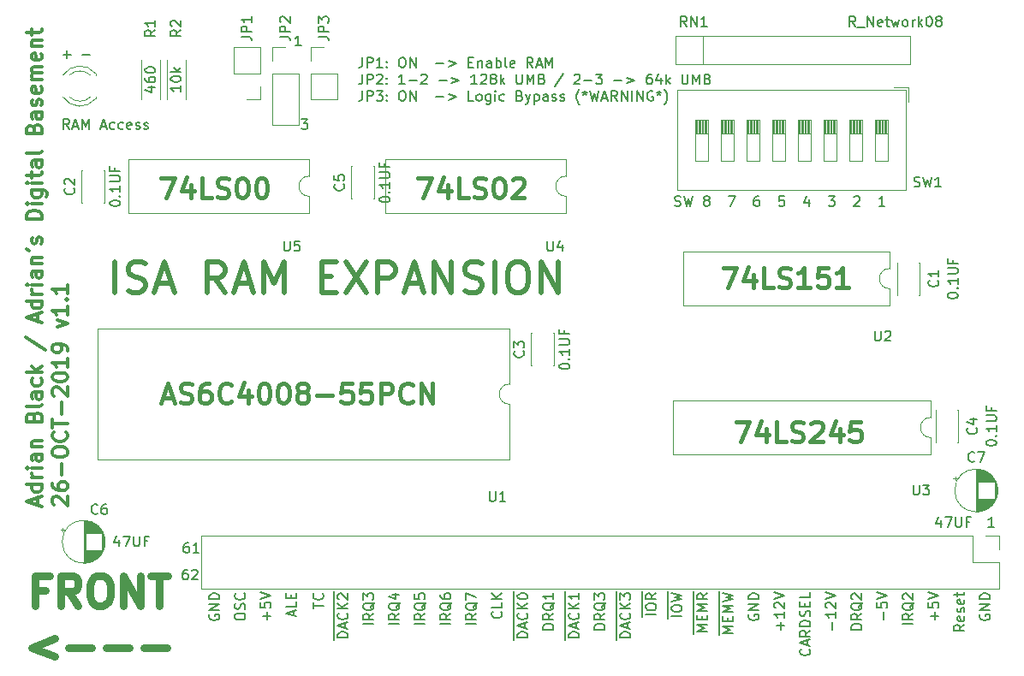
<source format=gto>
G04 #@! TF.GenerationSoftware,KiCad,Pcbnew,(5.1.4)-1*
G04 #@! TF.CreationDate,2019-10-26T13:29:07-07:00*
G04 #@! TF.ProjectId,XT Prototype Board,58542050-726f-4746-9f74-79706520426f,rev?*
G04 #@! TF.SameCoordinates,Original*
G04 #@! TF.FileFunction,Legend,Top*
G04 #@! TF.FilePolarity,Positive*
%FSLAX46Y46*%
G04 Gerber Fmt 4.6, Leading zero omitted, Abs format (unit mm)*
G04 Created by KiCad (PCBNEW (5.1.4)-1) date 2019-10-26 13:29:07*
%MOMM*%
%LPD*%
G04 APERTURE LIST*
%ADD10C,0.150000*%
%ADD11C,0.300000*%
%ADD12C,0.500000*%
%ADD13C,0.750000*%
%ADD14C,0.120000*%
%ADD15C,0.400000*%
G04 APERTURE END LIST*
D10*
X85391666Y-76922380D02*
X86010714Y-76922380D01*
X85677380Y-77303333D01*
X85820238Y-77303333D01*
X85915476Y-77350952D01*
X85963095Y-77398571D01*
X86010714Y-77493809D01*
X86010714Y-77731904D01*
X85963095Y-77827142D01*
X85915476Y-77874761D01*
X85820238Y-77922380D01*
X85534523Y-77922380D01*
X85439285Y-77874761D01*
X85391666Y-77827142D01*
X85375714Y-69667380D02*
X84804285Y-69667380D01*
X85090000Y-69667380D02*
X85090000Y-68667380D01*
X84994761Y-68810238D01*
X84899523Y-68905476D01*
X84804285Y-68953095D01*
X122334047Y-85494761D02*
X122476904Y-85542380D01*
X122715000Y-85542380D01*
X122810238Y-85494761D01*
X122857857Y-85447142D01*
X122905476Y-85351904D01*
X122905476Y-85256666D01*
X122857857Y-85161428D01*
X122810238Y-85113809D01*
X122715000Y-85066190D01*
X122524523Y-85018571D01*
X122429285Y-84970952D01*
X122381666Y-84923333D01*
X122334047Y-84828095D01*
X122334047Y-84732857D01*
X122381666Y-84637619D01*
X122429285Y-84590000D01*
X122524523Y-84542380D01*
X122762619Y-84542380D01*
X122905476Y-84590000D01*
X123238809Y-84542380D02*
X123476904Y-85542380D01*
X123667380Y-84828095D01*
X123857857Y-85542380D01*
X124095952Y-84542380D01*
X125381666Y-84970952D02*
X125286428Y-84923333D01*
X125238809Y-84875714D01*
X125191190Y-84780476D01*
X125191190Y-84732857D01*
X125238809Y-84637619D01*
X125286428Y-84590000D01*
X125381666Y-84542380D01*
X125572142Y-84542380D01*
X125667380Y-84590000D01*
X125715000Y-84637619D01*
X125762619Y-84732857D01*
X125762619Y-84780476D01*
X125715000Y-84875714D01*
X125667380Y-84923333D01*
X125572142Y-84970952D01*
X125381666Y-84970952D01*
X125286428Y-85018571D01*
X125238809Y-85066190D01*
X125191190Y-85161428D01*
X125191190Y-85351904D01*
X125238809Y-85447142D01*
X125286428Y-85494761D01*
X125381666Y-85542380D01*
X125572142Y-85542380D01*
X125667380Y-85494761D01*
X125715000Y-85447142D01*
X125762619Y-85351904D01*
X125762619Y-85161428D01*
X125715000Y-85066190D01*
X125667380Y-85018571D01*
X125572142Y-84970952D01*
X127619761Y-84542380D02*
X128286428Y-84542380D01*
X127857857Y-85542380D01*
X130619761Y-84542380D02*
X130429285Y-84542380D01*
X130334047Y-84590000D01*
X130286428Y-84637619D01*
X130191190Y-84780476D01*
X130143571Y-84970952D01*
X130143571Y-85351904D01*
X130191190Y-85447142D01*
X130238809Y-85494761D01*
X130334047Y-85542380D01*
X130524523Y-85542380D01*
X130619761Y-85494761D01*
X130667380Y-85447142D01*
X130715000Y-85351904D01*
X130715000Y-85113809D01*
X130667380Y-85018571D01*
X130619761Y-84970952D01*
X130524523Y-84923333D01*
X130334047Y-84923333D01*
X130238809Y-84970952D01*
X130191190Y-85018571D01*
X130143571Y-85113809D01*
X133143571Y-84542380D02*
X132667380Y-84542380D01*
X132619761Y-85018571D01*
X132667380Y-84970952D01*
X132762619Y-84923333D01*
X133000714Y-84923333D01*
X133095952Y-84970952D01*
X133143571Y-85018571D01*
X133191190Y-85113809D01*
X133191190Y-85351904D01*
X133143571Y-85447142D01*
X133095952Y-85494761D01*
X133000714Y-85542380D01*
X132762619Y-85542380D01*
X132667380Y-85494761D01*
X132619761Y-85447142D01*
X135572142Y-84875714D02*
X135572142Y-85542380D01*
X135334047Y-84494761D02*
X135095952Y-85209047D01*
X135715000Y-85209047D01*
X137524523Y-84542380D02*
X138143571Y-84542380D01*
X137810238Y-84923333D01*
X137953095Y-84923333D01*
X138048333Y-84970952D01*
X138095952Y-85018571D01*
X138143571Y-85113809D01*
X138143571Y-85351904D01*
X138095952Y-85447142D01*
X138048333Y-85494761D01*
X137953095Y-85542380D01*
X137667380Y-85542380D01*
X137572142Y-85494761D01*
X137524523Y-85447142D01*
X140048333Y-84637619D02*
X140095952Y-84590000D01*
X140191190Y-84542380D01*
X140429285Y-84542380D01*
X140524523Y-84590000D01*
X140572142Y-84637619D01*
X140619761Y-84732857D01*
X140619761Y-84828095D01*
X140572142Y-84970952D01*
X140000714Y-85542380D01*
X140619761Y-85542380D01*
X143095952Y-85542380D02*
X142524523Y-85542380D01*
X142810238Y-85542380D02*
X142810238Y-84542380D01*
X142715000Y-84685238D01*
X142619761Y-84780476D01*
X142524523Y-84828095D01*
D11*
X59300000Y-115089285D02*
X59300000Y-114375000D01*
X59728571Y-115232142D02*
X58228571Y-114732142D01*
X59728571Y-114232142D01*
X59728571Y-113089285D02*
X58228571Y-113089285D01*
X59657142Y-113089285D02*
X59728571Y-113232142D01*
X59728571Y-113517857D01*
X59657142Y-113660714D01*
X59585714Y-113732142D01*
X59442857Y-113803571D01*
X59014285Y-113803571D01*
X58871428Y-113732142D01*
X58800000Y-113660714D01*
X58728571Y-113517857D01*
X58728571Y-113232142D01*
X58800000Y-113089285D01*
X59728571Y-112375000D02*
X58728571Y-112375000D01*
X59014285Y-112375000D02*
X58871428Y-112303571D01*
X58800000Y-112232142D01*
X58728571Y-112089285D01*
X58728571Y-111946428D01*
X59728571Y-111446428D02*
X58728571Y-111446428D01*
X58228571Y-111446428D02*
X58300000Y-111517857D01*
X58371428Y-111446428D01*
X58300000Y-111375000D01*
X58228571Y-111446428D01*
X58371428Y-111446428D01*
X59728571Y-110089285D02*
X58942857Y-110089285D01*
X58800000Y-110160714D01*
X58728571Y-110303571D01*
X58728571Y-110589285D01*
X58800000Y-110732142D01*
X59657142Y-110089285D02*
X59728571Y-110232142D01*
X59728571Y-110589285D01*
X59657142Y-110732142D01*
X59514285Y-110803571D01*
X59371428Y-110803571D01*
X59228571Y-110732142D01*
X59157142Y-110589285D01*
X59157142Y-110232142D01*
X59085714Y-110089285D01*
X58728571Y-109375000D02*
X59728571Y-109375000D01*
X58871428Y-109375000D02*
X58800000Y-109303571D01*
X58728571Y-109160714D01*
X58728571Y-108946428D01*
X58800000Y-108803571D01*
X58942857Y-108732142D01*
X59728571Y-108732142D01*
X58942857Y-106375000D02*
X59014285Y-106160714D01*
X59085714Y-106089285D01*
X59228571Y-106017857D01*
X59442857Y-106017857D01*
X59585714Y-106089285D01*
X59657142Y-106160714D01*
X59728571Y-106303571D01*
X59728571Y-106875000D01*
X58228571Y-106875000D01*
X58228571Y-106375000D01*
X58300000Y-106232142D01*
X58371428Y-106160714D01*
X58514285Y-106089285D01*
X58657142Y-106089285D01*
X58800000Y-106160714D01*
X58871428Y-106232142D01*
X58942857Y-106375000D01*
X58942857Y-106875000D01*
X59728571Y-105160714D02*
X59657142Y-105303571D01*
X59514285Y-105375000D01*
X58228571Y-105375000D01*
X59728571Y-103946428D02*
X58942857Y-103946428D01*
X58800000Y-104017857D01*
X58728571Y-104160714D01*
X58728571Y-104446428D01*
X58800000Y-104589285D01*
X59657142Y-103946428D02*
X59728571Y-104089285D01*
X59728571Y-104446428D01*
X59657142Y-104589285D01*
X59514285Y-104660714D01*
X59371428Y-104660714D01*
X59228571Y-104589285D01*
X59157142Y-104446428D01*
X59157142Y-104089285D01*
X59085714Y-103946428D01*
X59657142Y-102589285D02*
X59728571Y-102732142D01*
X59728571Y-103017857D01*
X59657142Y-103160714D01*
X59585714Y-103232142D01*
X59442857Y-103303571D01*
X59014285Y-103303571D01*
X58871428Y-103232142D01*
X58800000Y-103160714D01*
X58728571Y-103017857D01*
X58728571Y-102732142D01*
X58800000Y-102589285D01*
X59728571Y-101946428D02*
X58228571Y-101946428D01*
X59157142Y-101803571D02*
X59728571Y-101375000D01*
X58728571Y-101375000D02*
X59300000Y-101946428D01*
X58157142Y-98517857D02*
X60085714Y-99803571D01*
X59300000Y-96946428D02*
X59300000Y-96232142D01*
X59728571Y-97089285D02*
X58228571Y-96589285D01*
X59728571Y-96089285D01*
X59728571Y-94946428D02*
X58228571Y-94946428D01*
X59657142Y-94946428D02*
X59728571Y-95089285D01*
X59728571Y-95375000D01*
X59657142Y-95517857D01*
X59585714Y-95589285D01*
X59442857Y-95660714D01*
X59014285Y-95660714D01*
X58871428Y-95589285D01*
X58800000Y-95517857D01*
X58728571Y-95375000D01*
X58728571Y-95089285D01*
X58800000Y-94946428D01*
X59728571Y-94232142D02*
X58728571Y-94232142D01*
X59014285Y-94232142D02*
X58871428Y-94160714D01*
X58800000Y-94089285D01*
X58728571Y-93946428D01*
X58728571Y-93803571D01*
X59728571Y-93303571D02*
X58728571Y-93303571D01*
X58228571Y-93303571D02*
X58300000Y-93375000D01*
X58371428Y-93303571D01*
X58300000Y-93232142D01*
X58228571Y-93303571D01*
X58371428Y-93303571D01*
X59728571Y-91946428D02*
X58942857Y-91946428D01*
X58800000Y-92017857D01*
X58728571Y-92160714D01*
X58728571Y-92446428D01*
X58800000Y-92589285D01*
X59657142Y-91946428D02*
X59728571Y-92089285D01*
X59728571Y-92446428D01*
X59657142Y-92589285D01*
X59514285Y-92660714D01*
X59371428Y-92660714D01*
X59228571Y-92589285D01*
X59157142Y-92446428D01*
X59157142Y-92089285D01*
X59085714Y-91946428D01*
X58728571Y-91232142D02*
X59728571Y-91232142D01*
X58871428Y-91232142D02*
X58800000Y-91160714D01*
X58728571Y-91017857D01*
X58728571Y-90803571D01*
X58800000Y-90660714D01*
X58942857Y-90589285D01*
X59728571Y-90589285D01*
X58228571Y-89803571D02*
X58514285Y-89946428D01*
X59657142Y-89232142D02*
X59728571Y-89089285D01*
X59728571Y-88803571D01*
X59657142Y-88660714D01*
X59514285Y-88589285D01*
X59442857Y-88589285D01*
X59300000Y-88660714D01*
X59228571Y-88803571D01*
X59228571Y-89017857D01*
X59157142Y-89160714D01*
X59014285Y-89232142D01*
X58942857Y-89232142D01*
X58800000Y-89160714D01*
X58728571Y-89017857D01*
X58728571Y-88803571D01*
X58800000Y-88660714D01*
X59728571Y-86803571D02*
X58228571Y-86803571D01*
X58228571Y-86446428D01*
X58300000Y-86232142D01*
X58442857Y-86089285D01*
X58585714Y-86017857D01*
X58871428Y-85946428D01*
X59085714Y-85946428D01*
X59371428Y-86017857D01*
X59514285Y-86089285D01*
X59657142Y-86232142D01*
X59728571Y-86446428D01*
X59728571Y-86803571D01*
X59728571Y-85303571D02*
X58728571Y-85303571D01*
X58228571Y-85303571D02*
X58300000Y-85375000D01*
X58371428Y-85303571D01*
X58300000Y-85232142D01*
X58228571Y-85303571D01*
X58371428Y-85303571D01*
X58728571Y-83946428D02*
X59942857Y-83946428D01*
X60085714Y-84017857D01*
X60157142Y-84089285D01*
X60228571Y-84232142D01*
X60228571Y-84446428D01*
X60157142Y-84589285D01*
X59657142Y-83946428D02*
X59728571Y-84089285D01*
X59728571Y-84375000D01*
X59657142Y-84517857D01*
X59585714Y-84589285D01*
X59442857Y-84660714D01*
X59014285Y-84660714D01*
X58871428Y-84589285D01*
X58800000Y-84517857D01*
X58728571Y-84375000D01*
X58728571Y-84089285D01*
X58800000Y-83946428D01*
X59728571Y-83232142D02*
X58728571Y-83232142D01*
X58228571Y-83232142D02*
X58300000Y-83303571D01*
X58371428Y-83232142D01*
X58300000Y-83160714D01*
X58228571Y-83232142D01*
X58371428Y-83232142D01*
X58728571Y-82732142D02*
X58728571Y-82160714D01*
X58228571Y-82517857D02*
X59514285Y-82517857D01*
X59657142Y-82446428D01*
X59728571Y-82303571D01*
X59728571Y-82160714D01*
X59728571Y-81017857D02*
X58942857Y-81017857D01*
X58800000Y-81089285D01*
X58728571Y-81232142D01*
X58728571Y-81517857D01*
X58800000Y-81660714D01*
X59657142Y-81017857D02*
X59728571Y-81160714D01*
X59728571Y-81517857D01*
X59657142Y-81660714D01*
X59514285Y-81732142D01*
X59371428Y-81732142D01*
X59228571Y-81660714D01*
X59157142Y-81517857D01*
X59157142Y-81160714D01*
X59085714Y-81017857D01*
X59728571Y-80089285D02*
X59657142Y-80232142D01*
X59514285Y-80303571D01*
X58228571Y-80303571D01*
X58942857Y-77875000D02*
X59014285Y-77660714D01*
X59085714Y-77589285D01*
X59228571Y-77517857D01*
X59442857Y-77517857D01*
X59585714Y-77589285D01*
X59657142Y-77660714D01*
X59728571Y-77803571D01*
X59728571Y-78375000D01*
X58228571Y-78375000D01*
X58228571Y-77875000D01*
X58300000Y-77732142D01*
X58371428Y-77660714D01*
X58514285Y-77589285D01*
X58657142Y-77589285D01*
X58800000Y-77660714D01*
X58871428Y-77732142D01*
X58942857Y-77875000D01*
X58942857Y-78375000D01*
X59728571Y-76232142D02*
X58942857Y-76232142D01*
X58800000Y-76303571D01*
X58728571Y-76446428D01*
X58728571Y-76732142D01*
X58800000Y-76875000D01*
X59657142Y-76232142D02*
X59728571Y-76375000D01*
X59728571Y-76732142D01*
X59657142Y-76875000D01*
X59514285Y-76946428D01*
X59371428Y-76946428D01*
X59228571Y-76875000D01*
X59157142Y-76732142D01*
X59157142Y-76375000D01*
X59085714Y-76232142D01*
X59657142Y-75589285D02*
X59728571Y-75446428D01*
X59728571Y-75160714D01*
X59657142Y-75017857D01*
X59514285Y-74946428D01*
X59442857Y-74946428D01*
X59300000Y-75017857D01*
X59228571Y-75160714D01*
X59228571Y-75375000D01*
X59157142Y-75517857D01*
X59014285Y-75589285D01*
X58942857Y-75589285D01*
X58800000Y-75517857D01*
X58728571Y-75375000D01*
X58728571Y-75160714D01*
X58800000Y-75017857D01*
X59657142Y-73732142D02*
X59728571Y-73875000D01*
X59728571Y-74160714D01*
X59657142Y-74303571D01*
X59514285Y-74375000D01*
X58942857Y-74375000D01*
X58800000Y-74303571D01*
X58728571Y-74160714D01*
X58728571Y-73875000D01*
X58800000Y-73732142D01*
X58942857Y-73660714D01*
X59085714Y-73660714D01*
X59228571Y-74375000D01*
X59728571Y-73017857D02*
X58728571Y-73017857D01*
X58871428Y-73017857D02*
X58800000Y-72946428D01*
X58728571Y-72803571D01*
X58728571Y-72589285D01*
X58800000Y-72446428D01*
X58942857Y-72375000D01*
X59728571Y-72375000D01*
X58942857Y-72375000D02*
X58800000Y-72303571D01*
X58728571Y-72160714D01*
X58728571Y-71946428D01*
X58800000Y-71803571D01*
X58942857Y-71732142D01*
X59728571Y-71732142D01*
X59657142Y-70446428D02*
X59728571Y-70589285D01*
X59728571Y-70875000D01*
X59657142Y-71017857D01*
X59514285Y-71089285D01*
X58942857Y-71089285D01*
X58800000Y-71017857D01*
X58728571Y-70875000D01*
X58728571Y-70589285D01*
X58800000Y-70446428D01*
X58942857Y-70375000D01*
X59085714Y-70375000D01*
X59228571Y-71089285D01*
X58728571Y-69732142D02*
X59728571Y-69732142D01*
X58871428Y-69732142D02*
X58800000Y-69660714D01*
X58728571Y-69517857D01*
X58728571Y-69303571D01*
X58800000Y-69160714D01*
X58942857Y-69089285D01*
X59728571Y-69089285D01*
X58728571Y-68589285D02*
X58728571Y-68017857D01*
X58228571Y-68375000D02*
X59514285Y-68375000D01*
X59657142Y-68303571D01*
X59728571Y-68160714D01*
X59728571Y-68017857D01*
X60921428Y-115089285D02*
X60850000Y-115017857D01*
X60778571Y-114875000D01*
X60778571Y-114517857D01*
X60850000Y-114375000D01*
X60921428Y-114303571D01*
X61064285Y-114232142D01*
X61207142Y-114232142D01*
X61421428Y-114303571D01*
X62278571Y-115160714D01*
X62278571Y-114232142D01*
X60778571Y-112946428D02*
X60778571Y-113232142D01*
X60850000Y-113375000D01*
X60921428Y-113446428D01*
X61135714Y-113589285D01*
X61421428Y-113660714D01*
X61992857Y-113660714D01*
X62135714Y-113589285D01*
X62207142Y-113517857D01*
X62278571Y-113375000D01*
X62278571Y-113089285D01*
X62207142Y-112946428D01*
X62135714Y-112875000D01*
X61992857Y-112803571D01*
X61635714Y-112803571D01*
X61492857Y-112875000D01*
X61421428Y-112946428D01*
X61350000Y-113089285D01*
X61350000Y-113375000D01*
X61421428Y-113517857D01*
X61492857Y-113589285D01*
X61635714Y-113660714D01*
X61707142Y-112160714D02*
X61707142Y-111017857D01*
X60778571Y-110017857D02*
X60778571Y-109732142D01*
X60850000Y-109589285D01*
X60992857Y-109446428D01*
X61278571Y-109375000D01*
X61778571Y-109375000D01*
X62064285Y-109446428D01*
X62207142Y-109589285D01*
X62278571Y-109732142D01*
X62278571Y-110017857D01*
X62207142Y-110160714D01*
X62064285Y-110303571D01*
X61778571Y-110375000D01*
X61278571Y-110375000D01*
X60992857Y-110303571D01*
X60850000Y-110160714D01*
X60778571Y-110017857D01*
X62135714Y-107875000D02*
X62207142Y-107946428D01*
X62278571Y-108160714D01*
X62278571Y-108303571D01*
X62207142Y-108517857D01*
X62064285Y-108660714D01*
X61921428Y-108732142D01*
X61635714Y-108803571D01*
X61421428Y-108803571D01*
X61135714Y-108732142D01*
X60992857Y-108660714D01*
X60850000Y-108517857D01*
X60778571Y-108303571D01*
X60778571Y-108160714D01*
X60850000Y-107946428D01*
X60921428Y-107875000D01*
X60778571Y-107446428D02*
X60778571Y-106589285D01*
X62278571Y-107017857D02*
X60778571Y-107017857D01*
X61707142Y-106089285D02*
X61707142Y-104946428D01*
X60921428Y-104303571D02*
X60850000Y-104232142D01*
X60778571Y-104089285D01*
X60778571Y-103732142D01*
X60850000Y-103589285D01*
X60921428Y-103517857D01*
X61064285Y-103446428D01*
X61207142Y-103446428D01*
X61421428Y-103517857D01*
X62278571Y-104375000D01*
X62278571Y-103446428D01*
X60778571Y-102517857D02*
X60778571Y-102375000D01*
X60850000Y-102232142D01*
X60921428Y-102160714D01*
X61064285Y-102089285D01*
X61350000Y-102017857D01*
X61707142Y-102017857D01*
X61992857Y-102089285D01*
X62135714Y-102160714D01*
X62207142Y-102232142D01*
X62278571Y-102375000D01*
X62278571Y-102517857D01*
X62207142Y-102660714D01*
X62135714Y-102732142D01*
X61992857Y-102803571D01*
X61707142Y-102875000D01*
X61350000Y-102875000D01*
X61064285Y-102803571D01*
X60921428Y-102732142D01*
X60850000Y-102660714D01*
X60778571Y-102517857D01*
X62278571Y-100589285D02*
X62278571Y-101446428D01*
X62278571Y-101017857D02*
X60778571Y-101017857D01*
X60992857Y-101160714D01*
X61135714Y-101303571D01*
X61207142Y-101446428D01*
X62278571Y-99875000D02*
X62278571Y-99589285D01*
X62207142Y-99446428D01*
X62135714Y-99375000D01*
X61921428Y-99232142D01*
X61635714Y-99160714D01*
X61064285Y-99160714D01*
X60921428Y-99232142D01*
X60850000Y-99303571D01*
X60778571Y-99446428D01*
X60778571Y-99732142D01*
X60850000Y-99875000D01*
X60921428Y-99946428D01*
X61064285Y-100017857D01*
X61421428Y-100017857D01*
X61564285Y-99946428D01*
X61635714Y-99875000D01*
X61707142Y-99732142D01*
X61707142Y-99446428D01*
X61635714Y-99303571D01*
X61564285Y-99232142D01*
X61421428Y-99160714D01*
X61278571Y-97517857D02*
X62278571Y-97160714D01*
X61278571Y-96803571D01*
X62278571Y-95446428D02*
X62278571Y-96303571D01*
X62278571Y-95875000D02*
X60778571Y-95875000D01*
X60992857Y-96017857D01*
X61135714Y-96160714D01*
X61207142Y-96303571D01*
X62135714Y-94803571D02*
X62207142Y-94732142D01*
X62278571Y-94803571D01*
X62207142Y-94875000D01*
X62135714Y-94803571D01*
X62278571Y-94803571D01*
X62278571Y-93303571D02*
X62278571Y-94160714D01*
X62278571Y-93732142D02*
X60778571Y-93732142D01*
X60992857Y-93875000D01*
X61135714Y-94017857D01*
X61207142Y-94160714D01*
D12*
X66971428Y-94067142D02*
X66971428Y-91067142D01*
X68257142Y-93924285D02*
X68685714Y-94067142D01*
X69400000Y-94067142D01*
X69685714Y-93924285D01*
X69828571Y-93781428D01*
X69971428Y-93495714D01*
X69971428Y-93210000D01*
X69828571Y-92924285D01*
X69685714Y-92781428D01*
X69400000Y-92638571D01*
X68828571Y-92495714D01*
X68542857Y-92352857D01*
X68400000Y-92210000D01*
X68257142Y-91924285D01*
X68257142Y-91638571D01*
X68400000Y-91352857D01*
X68542857Y-91210000D01*
X68828571Y-91067142D01*
X69542857Y-91067142D01*
X69971428Y-91210000D01*
X71114285Y-93210000D02*
X72542857Y-93210000D01*
X70828571Y-94067142D02*
X71828571Y-91067142D01*
X72828571Y-94067142D01*
X77828571Y-94067142D02*
X76828571Y-92638571D01*
X76114285Y-94067142D02*
X76114285Y-91067142D01*
X77257142Y-91067142D01*
X77542857Y-91210000D01*
X77685714Y-91352857D01*
X77828571Y-91638571D01*
X77828571Y-92067142D01*
X77685714Y-92352857D01*
X77542857Y-92495714D01*
X77257142Y-92638571D01*
X76114285Y-92638571D01*
X78971428Y-93210000D02*
X80400000Y-93210000D01*
X78685714Y-94067142D02*
X79685714Y-91067142D01*
X80685714Y-94067142D01*
X81685714Y-94067142D02*
X81685714Y-91067142D01*
X82685714Y-93210000D01*
X83685714Y-91067142D01*
X83685714Y-94067142D01*
X87400000Y-92495714D02*
X88400000Y-92495714D01*
X88828571Y-94067142D02*
X87400000Y-94067142D01*
X87400000Y-91067142D01*
X88828571Y-91067142D01*
X89828571Y-91067142D02*
X91828571Y-94067142D01*
X91828571Y-91067142D02*
X89828571Y-94067142D01*
X92971428Y-94067142D02*
X92971428Y-91067142D01*
X94114285Y-91067142D01*
X94400000Y-91210000D01*
X94542857Y-91352857D01*
X94685714Y-91638571D01*
X94685714Y-92067142D01*
X94542857Y-92352857D01*
X94400000Y-92495714D01*
X94114285Y-92638571D01*
X92971428Y-92638571D01*
X95828571Y-93210000D02*
X97257142Y-93210000D01*
X95542857Y-94067142D02*
X96542857Y-91067142D01*
X97542857Y-94067142D01*
X98542857Y-94067142D02*
X98542857Y-91067142D01*
X100257142Y-94067142D01*
X100257142Y-91067142D01*
X101542857Y-93924285D02*
X101971428Y-94067142D01*
X102685714Y-94067142D01*
X102971428Y-93924285D01*
X103114285Y-93781428D01*
X103257142Y-93495714D01*
X103257142Y-93210000D01*
X103114285Y-92924285D01*
X102971428Y-92781428D01*
X102685714Y-92638571D01*
X102114285Y-92495714D01*
X101828571Y-92352857D01*
X101685714Y-92210000D01*
X101542857Y-91924285D01*
X101542857Y-91638571D01*
X101685714Y-91352857D01*
X101828571Y-91210000D01*
X102114285Y-91067142D01*
X102828571Y-91067142D01*
X103257142Y-91210000D01*
X104542857Y-94067142D02*
X104542857Y-91067142D01*
X106542857Y-91067142D02*
X107114285Y-91067142D01*
X107400000Y-91210000D01*
X107685714Y-91495714D01*
X107828571Y-92067142D01*
X107828571Y-93067142D01*
X107685714Y-93638571D01*
X107400000Y-93924285D01*
X107114285Y-94067142D01*
X106542857Y-94067142D01*
X106257142Y-93924285D01*
X105971428Y-93638571D01*
X105828571Y-93067142D01*
X105828571Y-92067142D01*
X105971428Y-91495714D01*
X106257142Y-91210000D01*
X106542857Y-91067142D01*
X109114285Y-94067142D02*
X109114285Y-91067142D01*
X110828571Y-94067142D01*
X110828571Y-91067142D01*
D10*
X63754047Y-70556428D02*
X64515952Y-70556428D01*
X61849047Y-70556428D02*
X62610952Y-70556428D01*
X62230000Y-70937380D02*
X62230000Y-70175476D01*
X91426309Y-70827380D02*
X91426309Y-71541666D01*
X91378690Y-71684523D01*
X91283452Y-71779761D01*
X91140595Y-71827380D01*
X91045357Y-71827380D01*
X91902500Y-71827380D02*
X91902500Y-70827380D01*
X92283452Y-70827380D01*
X92378690Y-70875000D01*
X92426309Y-70922619D01*
X92473928Y-71017857D01*
X92473928Y-71160714D01*
X92426309Y-71255952D01*
X92378690Y-71303571D01*
X92283452Y-71351190D01*
X91902500Y-71351190D01*
X93426309Y-71827380D02*
X92854880Y-71827380D01*
X93140595Y-71827380D02*
X93140595Y-70827380D01*
X93045357Y-70970238D01*
X92950119Y-71065476D01*
X92854880Y-71113095D01*
X93854880Y-71732142D02*
X93902500Y-71779761D01*
X93854880Y-71827380D01*
X93807261Y-71779761D01*
X93854880Y-71732142D01*
X93854880Y-71827380D01*
X93854880Y-71208333D02*
X93902500Y-71255952D01*
X93854880Y-71303571D01*
X93807261Y-71255952D01*
X93854880Y-71208333D01*
X93854880Y-71303571D01*
X95283452Y-70827380D02*
X95473928Y-70827380D01*
X95569166Y-70875000D01*
X95664404Y-70970238D01*
X95712023Y-71160714D01*
X95712023Y-71494047D01*
X95664404Y-71684523D01*
X95569166Y-71779761D01*
X95473928Y-71827380D01*
X95283452Y-71827380D01*
X95188214Y-71779761D01*
X95092976Y-71684523D01*
X95045357Y-71494047D01*
X95045357Y-71160714D01*
X95092976Y-70970238D01*
X95188214Y-70875000D01*
X95283452Y-70827380D01*
X96140595Y-71827380D02*
X96140595Y-70827380D01*
X96712023Y-71827380D01*
X96712023Y-70827380D01*
X98712023Y-71446428D02*
X99473928Y-71446428D01*
X99950119Y-71160714D02*
X100712023Y-71446428D01*
X99950119Y-71732142D01*
X101950119Y-71303571D02*
X102283452Y-71303571D01*
X102426309Y-71827380D02*
X101950119Y-71827380D01*
X101950119Y-70827380D01*
X102426309Y-70827380D01*
X102854880Y-71160714D02*
X102854880Y-71827380D01*
X102854880Y-71255952D02*
X102902500Y-71208333D01*
X102997738Y-71160714D01*
X103140595Y-71160714D01*
X103235833Y-71208333D01*
X103283452Y-71303571D01*
X103283452Y-71827380D01*
X104188214Y-71827380D02*
X104188214Y-71303571D01*
X104140595Y-71208333D01*
X104045357Y-71160714D01*
X103854880Y-71160714D01*
X103759642Y-71208333D01*
X104188214Y-71779761D02*
X104092976Y-71827380D01*
X103854880Y-71827380D01*
X103759642Y-71779761D01*
X103712023Y-71684523D01*
X103712023Y-71589285D01*
X103759642Y-71494047D01*
X103854880Y-71446428D01*
X104092976Y-71446428D01*
X104188214Y-71398809D01*
X104664404Y-71827380D02*
X104664404Y-70827380D01*
X104664404Y-71208333D02*
X104759642Y-71160714D01*
X104950119Y-71160714D01*
X105045357Y-71208333D01*
X105092976Y-71255952D01*
X105140595Y-71351190D01*
X105140595Y-71636904D01*
X105092976Y-71732142D01*
X105045357Y-71779761D01*
X104950119Y-71827380D01*
X104759642Y-71827380D01*
X104664404Y-71779761D01*
X105712023Y-71827380D02*
X105616785Y-71779761D01*
X105569166Y-71684523D01*
X105569166Y-70827380D01*
X106473928Y-71779761D02*
X106378690Y-71827380D01*
X106188214Y-71827380D01*
X106092976Y-71779761D01*
X106045357Y-71684523D01*
X106045357Y-71303571D01*
X106092976Y-71208333D01*
X106188214Y-71160714D01*
X106378690Y-71160714D01*
X106473928Y-71208333D01*
X106521547Y-71303571D01*
X106521547Y-71398809D01*
X106045357Y-71494047D01*
X108283452Y-71827380D02*
X107950119Y-71351190D01*
X107712023Y-71827380D02*
X107712023Y-70827380D01*
X108092976Y-70827380D01*
X108188214Y-70875000D01*
X108235833Y-70922619D01*
X108283452Y-71017857D01*
X108283452Y-71160714D01*
X108235833Y-71255952D01*
X108188214Y-71303571D01*
X108092976Y-71351190D01*
X107712023Y-71351190D01*
X108664404Y-71541666D02*
X109140595Y-71541666D01*
X108569166Y-71827380D02*
X108902500Y-70827380D01*
X109235833Y-71827380D01*
X109569166Y-71827380D02*
X109569166Y-70827380D01*
X109902500Y-71541666D01*
X110235833Y-70827380D01*
X110235833Y-71827380D01*
X91426309Y-72477380D02*
X91426309Y-73191666D01*
X91378690Y-73334523D01*
X91283452Y-73429761D01*
X91140595Y-73477380D01*
X91045357Y-73477380D01*
X91902500Y-73477380D02*
X91902500Y-72477380D01*
X92283452Y-72477380D01*
X92378690Y-72525000D01*
X92426309Y-72572619D01*
X92473928Y-72667857D01*
X92473928Y-72810714D01*
X92426309Y-72905952D01*
X92378690Y-72953571D01*
X92283452Y-73001190D01*
X91902500Y-73001190D01*
X92854880Y-72572619D02*
X92902500Y-72525000D01*
X92997738Y-72477380D01*
X93235833Y-72477380D01*
X93331071Y-72525000D01*
X93378690Y-72572619D01*
X93426309Y-72667857D01*
X93426309Y-72763095D01*
X93378690Y-72905952D01*
X92807261Y-73477380D01*
X93426309Y-73477380D01*
X93854880Y-73382142D02*
X93902500Y-73429761D01*
X93854880Y-73477380D01*
X93807261Y-73429761D01*
X93854880Y-73382142D01*
X93854880Y-73477380D01*
X93854880Y-72858333D02*
X93902500Y-72905952D01*
X93854880Y-72953571D01*
X93807261Y-72905952D01*
X93854880Y-72858333D01*
X93854880Y-72953571D01*
X95616785Y-73477380D02*
X95045357Y-73477380D01*
X95331071Y-73477380D02*
X95331071Y-72477380D01*
X95235833Y-72620238D01*
X95140595Y-72715476D01*
X95045357Y-72763095D01*
X96045357Y-73096428D02*
X96807261Y-73096428D01*
X97235833Y-72572619D02*
X97283452Y-72525000D01*
X97378690Y-72477380D01*
X97616785Y-72477380D01*
X97712023Y-72525000D01*
X97759642Y-72572619D01*
X97807261Y-72667857D01*
X97807261Y-72763095D01*
X97759642Y-72905952D01*
X97188214Y-73477380D01*
X97807261Y-73477380D01*
X98997738Y-73096428D02*
X99759642Y-73096428D01*
X100235833Y-72810714D02*
X100997738Y-73096428D01*
X100235833Y-73382142D01*
X102759642Y-73477380D02*
X102188214Y-73477380D01*
X102473928Y-73477380D02*
X102473928Y-72477380D01*
X102378690Y-72620238D01*
X102283452Y-72715476D01*
X102188214Y-72763095D01*
X103140595Y-72572619D02*
X103188214Y-72525000D01*
X103283452Y-72477380D01*
X103521547Y-72477380D01*
X103616785Y-72525000D01*
X103664404Y-72572619D01*
X103712023Y-72667857D01*
X103712023Y-72763095D01*
X103664404Y-72905952D01*
X103092976Y-73477380D01*
X103712023Y-73477380D01*
X104283452Y-72905952D02*
X104188214Y-72858333D01*
X104140595Y-72810714D01*
X104092976Y-72715476D01*
X104092976Y-72667857D01*
X104140595Y-72572619D01*
X104188214Y-72525000D01*
X104283452Y-72477380D01*
X104473928Y-72477380D01*
X104569166Y-72525000D01*
X104616785Y-72572619D01*
X104664404Y-72667857D01*
X104664404Y-72715476D01*
X104616785Y-72810714D01*
X104569166Y-72858333D01*
X104473928Y-72905952D01*
X104283452Y-72905952D01*
X104188214Y-72953571D01*
X104140595Y-73001190D01*
X104092976Y-73096428D01*
X104092976Y-73286904D01*
X104140595Y-73382142D01*
X104188214Y-73429761D01*
X104283452Y-73477380D01*
X104473928Y-73477380D01*
X104569166Y-73429761D01*
X104616785Y-73382142D01*
X104664404Y-73286904D01*
X104664404Y-73096428D01*
X104616785Y-73001190D01*
X104569166Y-72953571D01*
X104473928Y-72905952D01*
X105092976Y-73477380D02*
X105092976Y-72477380D01*
X105188214Y-73096428D02*
X105473928Y-73477380D01*
X105473928Y-72810714D02*
X105092976Y-73191666D01*
X106664404Y-72477380D02*
X106664404Y-73286904D01*
X106712023Y-73382142D01*
X106759642Y-73429761D01*
X106854880Y-73477380D01*
X107045357Y-73477380D01*
X107140595Y-73429761D01*
X107188214Y-73382142D01*
X107235833Y-73286904D01*
X107235833Y-72477380D01*
X107712023Y-73477380D02*
X107712023Y-72477380D01*
X108045357Y-73191666D01*
X108378690Y-72477380D01*
X108378690Y-73477380D01*
X109188214Y-72953571D02*
X109331071Y-73001190D01*
X109378690Y-73048809D01*
X109426309Y-73144047D01*
X109426309Y-73286904D01*
X109378690Y-73382142D01*
X109331071Y-73429761D01*
X109235833Y-73477380D01*
X108854880Y-73477380D01*
X108854880Y-72477380D01*
X109188214Y-72477380D01*
X109283452Y-72525000D01*
X109331071Y-72572619D01*
X109378690Y-72667857D01*
X109378690Y-72763095D01*
X109331071Y-72858333D01*
X109283452Y-72905952D01*
X109188214Y-72953571D01*
X108854880Y-72953571D01*
X111331071Y-72429761D02*
X110473928Y-73715476D01*
X112378690Y-72572619D02*
X112426309Y-72525000D01*
X112521547Y-72477380D01*
X112759642Y-72477380D01*
X112854880Y-72525000D01*
X112902500Y-72572619D01*
X112950119Y-72667857D01*
X112950119Y-72763095D01*
X112902500Y-72905952D01*
X112331071Y-73477380D01*
X112950119Y-73477380D01*
X113378690Y-73096428D02*
X114140595Y-73096428D01*
X114521547Y-72477380D02*
X115140595Y-72477380D01*
X114807261Y-72858333D01*
X114950119Y-72858333D01*
X115045357Y-72905952D01*
X115092976Y-72953571D01*
X115140595Y-73048809D01*
X115140595Y-73286904D01*
X115092976Y-73382142D01*
X115045357Y-73429761D01*
X114950119Y-73477380D01*
X114664404Y-73477380D01*
X114569166Y-73429761D01*
X114521547Y-73382142D01*
X116331071Y-73096428D02*
X117092976Y-73096428D01*
X117569166Y-72810714D02*
X118331071Y-73096428D01*
X117569166Y-73382142D01*
X119997738Y-72477380D02*
X119807261Y-72477380D01*
X119712023Y-72525000D01*
X119664404Y-72572619D01*
X119569166Y-72715476D01*
X119521547Y-72905952D01*
X119521547Y-73286904D01*
X119569166Y-73382142D01*
X119616785Y-73429761D01*
X119712023Y-73477380D01*
X119902500Y-73477380D01*
X119997738Y-73429761D01*
X120045357Y-73382142D01*
X120092976Y-73286904D01*
X120092976Y-73048809D01*
X120045357Y-72953571D01*
X119997738Y-72905952D01*
X119902500Y-72858333D01*
X119712023Y-72858333D01*
X119616785Y-72905952D01*
X119569166Y-72953571D01*
X119521547Y-73048809D01*
X120950119Y-72810714D02*
X120950119Y-73477380D01*
X120712023Y-72429761D02*
X120473928Y-73144047D01*
X121092976Y-73144047D01*
X121473928Y-73477380D02*
X121473928Y-72477380D01*
X121569166Y-73096428D02*
X121854880Y-73477380D01*
X121854880Y-72810714D02*
X121473928Y-73191666D01*
X123045357Y-72477380D02*
X123045357Y-73286904D01*
X123092976Y-73382142D01*
X123140595Y-73429761D01*
X123235833Y-73477380D01*
X123426309Y-73477380D01*
X123521547Y-73429761D01*
X123569166Y-73382142D01*
X123616785Y-73286904D01*
X123616785Y-72477380D01*
X124092976Y-73477380D02*
X124092976Y-72477380D01*
X124426309Y-73191666D01*
X124759642Y-72477380D01*
X124759642Y-73477380D01*
X125569166Y-72953571D02*
X125712023Y-73001190D01*
X125759642Y-73048809D01*
X125807261Y-73144047D01*
X125807261Y-73286904D01*
X125759642Y-73382142D01*
X125712023Y-73429761D01*
X125616785Y-73477380D01*
X125235833Y-73477380D01*
X125235833Y-72477380D01*
X125569166Y-72477380D01*
X125664404Y-72525000D01*
X125712023Y-72572619D01*
X125759642Y-72667857D01*
X125759642Y-72763095D01*
X125712023Y-72858333D01*
X125664404Y-72905952D01*
X125569166Y-72953571D01*
X125235833Y-72953571D01*
X91426309Y-74127380D02*
X91426309Y-74841666D01*
X91378690Y-74984523D01*
X91283452Y-75079761D01*
X91140595Y-75127380D01*
X91045357Y-75127380D01*
X91902500Y-75127380D02*
X91902500Y-74127380D01*
X92283452Y-74127380D01*
X92378690Y-74175000D01*
X92426309Y-74222619D01*
X92473928Y-74317857D01*
X92473928Y-74460714D01*
X92426309Y-74555952D01*
X92378690Y-74603571D01*
X92283452Y-74651190D01*
X91902500Y-74651190D01*
X92807261Y-74127380D02*
X93426309Y-74127380D01*
X93092976Y-74508333D01*
X93235833Y-74508333D01*
X93331071Y-74555952D01*
X93378690Y-74603571D01*
X93426309Y-74698809D01*
X93426309Y-74936904D01*
X93378690Y-75032142D01*
X93331071Y-75079761D01*
X93235833Y-75127380D01*
X92950119Y-75127380D01*
X92854880Y-75079761D01*
X92807261Y-75032142D01*
X93854880Y-75032142D02*
X93902500Y-75079761D01*
X93854880Y-75127380D01*
X93807261Y-75079761D01*
X93854880Y-75032142D01*
X93854880Y-75127380D01*
X93854880Y-74508333D02*
X93902500Y-74555952D01*
X93854880Y-74603571D01*
X93807261Y-74555952D01*
X93854880Y-74508333D01*
X93854880Y-74603571D01*
X95283452Y-74127380D02*
X95473928Y-74127380D01*
X95569166Y-74175000D01*
X95664404Y-74270238D01*
X95712023Y-74460714D01*
X95712023Y-74794047D01*
X95664404Y-74984523D01*
X95569166Y-75079761D01*
X95473928Y-75127380D01*
X95283452Y-75127380D01*
X95188214Y-75079761D01*
X95092976Y-74984523D01*
X95045357Y-74794047D01*
X95045357Y-74460714D01*
X95092976Y-74270238D01*
X95188214Y-74175000D01*
X95283452Y-74127380D01*
X96140595Y-75127380D02*
X96140595Y-74127380D01*
X96712023Y-75127380D01*
X96712023Y-74127380D01*
X98712023Y-74746428D02*
X99473928Y-74746428D01*
X99950119Y-74460714D02*
X100712023Y-74746428D01*
X99950119Y-75032142D01*
X102426309Y-75127380D02*
X101950119Y-75127380D01*
X101950119Y-74127380D01*
X102902500Y-75127380D02*
X102807261Y-75079761D01*
X102759642Y-75032142D01*
X102712023Y-74936904D01*
X102712023Y-74651190D01*
X102759642Y-74555952D01*
X102807261Y-74508333D01*
X102902500Y-74460714D01*
X103045357Y-74460714D01*
X103140595Y-74508333D01*
X103188214Y-74555952D01*
X103235833Y-74651190D01*
X103235833Y-74936904D01*
X103188214Y-75032142D01*
X103140595Y-75079761D01*
X103045357Y-75127380D01*
X102902500Y-75127380D01*
X104092976Y-74460714D02*
X104092976Y-75270238D01*
X104045357Y-75365476D01*
X103997738Y-75413095D01*
X103902500Y-75460714D01*
X103759642Y-75460714D01*
X103664404Y-75413095D01*
X104092976Y-75079761D02*
X103997738Y-75127380D01*
X103807261Y-75127380D01*
X103712023Y-75079761D01*
X103664404Y-75032142D01*
X103616785Y-74936904D01*
X103616785Y-74651190D01*
X103664404Y-74555952D01*
X103712023Y-74508333D01*
X103807261Y-74460714D01*
X103997738Y-74460714D01*
X104092976Y-74508333D01*
X104569166Y-75127380D02*
X104569166Y-74460714D01*
X104569166Y-74127380D02*
X104521547Y-74175000D01*
X104569166Y-74222619D01*
X104616785Y-74175000D01*
X104569166Y-74127380D01*
X104569166Y-74222619D01*
X105473928Y-75079761D02*
X105378690Y-75127380D01*
X105188214Y-75127380D01*
X105092976Y-75079761D01*
X105045357Y-75032142D01*
X104997738Y-74936904D01*
X104997738Y-74651190D01*
X105045357Y-74555952D01*
X105092976Y-74508333D01*
X105188214Y-74460714D01*
X105378690Y-74460714D01*
X105473928Y-74508333D01*
X106997738Y-74603571D02*
X107140595Y-74651190D01*
X107188214Y-74698809D01*
X107235833Y-74794047D01*
X107235833Y-74936904D01*
X107188214Y-75032142D01*
X107140595Y-75079761D01*
X107045357Y-75127380D01*
X106664404Y-75127380D01*
X106664404Y-74127380D01*
X106997738Y-74127380D01*
X107092976Y-74175000D01*
X107140595Y-74222619D01*
X107188214Y-74317857D01*
X107188214Y-74413095D01*
X107140595Y-74508333D01*
X107092976Y-74555952D01*
X106997738Y-74603571D01*
X106664404Y-74603571D01*
X107569166Y-74460714D02*
X107807261Y-75127380D01*
X108045357Y-74460714D02*
X107807261Y-75127380D01*
X107712023Y-75365476D01*
X107664404Y-75413095D01*
X107569166Y-75460714D01*
X108426309Y-74460714D02*
X108426309Y-75460714D01*
X108426309Y-74508333D02*
X108521547Y-74460714D01*
X108712023Y-74460714D01*
X108807261Y-74508333D01*
X108854880Y-74555952D01*
X108902500Y-74651190D01*
X108902500Y-74936904D01*
X108854880Y-75032142D01*
X108807261Y-75079761D01*
X108712023Y-75127380D01*
X108521547Y-75127380D01*
X108426309Y-75079761D01*
X109759642Y-75127380D02*
X109759642Y-74603571D01*
X109712023Y-74508333D01*
X109616785Y-74460714D01*
X109426309Y-74460714D01*
X109331071Y-74508333D01*
X109759642Y-75079761D02*
X109664404Y-75127380D01*
X109426309Y-75127380D01*
X109331071Y-75079761D01*
X109283452Y-74984523D01*
X109283452Y-74889285D01*
X109331071Y-74794047D01*
X109426309Y-74746428D01*
X109664404Y-74746428D01*
X109759642Y-74698809D01*
X110188214Y-75079761D02*
X110283452Y-75127380D01*
X110473928Y-75127380D01*
X110569166Y-75079761D01*
X110616785Y-74984523D01*
X110616785Y-74936904D01*
X110569166Y-74841666D01*
X110473928Y-74794047D01*
X110331071Y-74794047D01*
X110235833Y-74746428D01*
X110188214Y-74651190D01*
X110188214Y-74603571D01*
X110235833Y-74508333D01*
X110331071Y-74460714D01*
X110473928Y-74460714D01*
X110569166Y-74508333D01*
X110997738Y-75079761D02*
X111092976Y-75127380D01*
X111283452Y-75127380D01*
X111378690Y-75079761D01*
X111426309Y-74984523D01*
X111426309Y-74936904D01*
X111378690Y-74841666D01*
X111283452Y-74794047D01*
X111140595Y-74794047D01*
X111045357Y-74746428D01*
X110997738Y-74651190D01*
X110997738Y-74603571D01*
X111045357Y-74508333D01*
X111140595Y-74460714D01*
X111283452Y-74460714D01*
X111378690Y-74508333D01*
X112902500Y-75508333D02*
X112854880Y-75460714D01*
X112759642Y-75317857D01*
X112712023Y-75222619D01*
X112664404Y-75079761D01*
X112616785Y-74841666D01*
X112616785Y-74651190D01*
X112664404Y-74413095D01*
X112712023Y-74270238D01*
X112759642Y-74175000D01*
X112854880Y-74032142D01*
X112902500Y-73984523D01*
X113426309Y-74127380D02*
X113426309Y-74365476D01*
X113188214Y-74270238D02*
X113426309Y-74365476D01*
X113664404Y-74270238D01*
X113283452Y-74555952D02*
X113426309Y-74365476D01*
X113569166Y-74555952D01*
X113950119Y-74127380D02*
X114188214Y-75127380D01*
X114378690Y-74413095D01*
X114569166Y-75127380D01*
X114807261Y-74127380D01*
X115140595Y-74841666D02*
X115616785Y-74841666D01*
X115045357Y-75127380D02*
X115378690Y-74127380D01*
X115712023Y-75127380D01*
X116616785Y-75127380D02*
X116283452Y-74651190D01*
X116045357Y-75127380D02*
X116045357Y-74127380D01*
X116426309Y-74127380D01*
X116521547Y-74175000D01*
X116569166Y-74222619D01*
X116616785Y-74317857D01*
X116616785Y-74460714D01*
X116569166Y-74555952D01*
X116521547Y-74603571D01*
X116426309Y-74651190D01*
X116045357Y-74651190D01*
X117045357Y-75127380D02*
X117045357Y-74127380D01*
X117616785Y-75127380D01*
X117616785Y-74127380D01*
X118092976Y-75127380D02*
X118092976Y-74127380D01*
X118569166Y-75127380D02*
X118569166Y-74127380D01*
X119140595Y-75127380D01*
X119140595Y-74127380D01*
X120140595Y-74175000D02*
X120045357Y-74127380D01*
X119902500Y-74127380D01*
X119759642Y-74175000D01*
X119664404Y-74270238D01*
X119616785Y-74365476D01*
X119569166Y-74555952D01*
X119569166Y-74698809D01*
X119616785Y-74889285D01*
X119664404Y-74984523D01*
X119759642Y-75079761D01*
X119902500Y-75127380D01*
X119997738Y-75127380D01*
X120140595Y-75079761D01*
X120188214Y-75032142D01*
X120188214Y-74698809D01*
X119997738Y-74698809D01*
X120759642Y-74127380D02*
X120759642Y-74365476D01*
X120521547Y-74270238D02*
X120759642Y-74365476D01*
X120997738Y-74270238D01*
X120616785Y-74555952D02*
X120759642Y-74365476D01*
X120902500Y-74555952D01*
X121283452Y-75508333D02*
X121331071Y-75460714D01*
X121426309Y-75317857D01*
X121473928Y-75222619D01*
X121521547Y-75079761D01*
X121569166Y-74841666D01*
X121569166Y-74651190D01*
X121521547Y-74413095D01*
X121473928Y-74270238D01*
X121426309Y-74175000D01*
X121331071Y-74032142D01*
X121283452Y-73984523D01*
D13*
X60047857Y-123525714D02*
X59047857Y-123525714D01*
X59047857Y-125097142D02*
X59047857Y-122097142D01*
X60476428Y-122097142D01*
X63333571Y-125097142D02*
X62333571Y-123668571D01*
X61619285Y-125097142D02*
X61619285Y-122097142D01*
X62762142Y-122097142D01*
X63047857Y-122240000D01*
X63190714Y-122382857D01*
X63333571Y-122668571D01*
X63333571Y-123097142D01*
X63190714Y-123382857D01*
X63047857Y-123525714D01*
X62762142Y-123668571D01*
X61619285Y-123668571D01*
X65190714Y-122097142D02*
X65762142Y-122097142D01*
X66047857Y-122240000D01*
X66333571Y-122525714D01*
X66476428Y-123097142D01*
X66476428Y-124097142D01*
X66333571Y-124668571D01*
X66047857Y-124954285D01*
X65762142Y-125097142D01*
X65190714Y-125097142D01*
X64905000Y-124954285D01*
X64619285Y-124668571D01*
X64476428Y-124097142D01*
X64476428Y-123097142D01*
X64619285Y-122525714D01*
X64905000Y-122240000D01*
X65190714Y-122097142D01*
X67762142Y-125097142D02*
X67762142Y-122097142D01*
X69476428Y-125097142D01*
X69476428Y-122097142D01*
X70476428Y-122097142D02*
X72190714Y-122097142D01*
X71333571Y-125097142D02*
X71333571Y-122097142D01*
X60976428Y-128347142D02*
X58690714Y-129204285D01*
X60976428Y-130061428D01*
X62405000Y-129204285D02*
X64690714Y-129204285D01*
X66119285Y-129204285D02*
X68405000Y-129204285D01*
X69833571Y-129204285D02*
X72119285Y-129204285D01*
D10*
X74229404Y-118832380D02*
X74038928Y-118832380D01*
X73943690Y-118880000D01*
X73896071Y-118927619D01*
X73800833Y-119070476D01*
X73753214Y-119260952D01*
X73753214Y-119641904D01*
X73800833Y-119737142D01*
X73848452Y-119784761D01*
X73943690Y-119832380D01*
X74134166Y-119832380D01*
X74229404Y-119784761D01*
X74277023Y-119737142D01*
X74324642Y-119641904D01*
X74324642Y-119403809D01*
X74277023Y-119308571D01*
X74229404Y-119260952D01*
X74134166Y-119213333D01*
X73943690Y-119213333D01*
X73848452Y-119260952D01*
X73800833Y-119308571D01*
X73753214Y-119403809D01*
X75277023Y-119832380D02*
X74705595Y-119832380D01*
X74991309Y-119832380D02*
X74991309Y-118832380D01*
X74896071Y-118975238D01*
X74800833Y-119070476D01*
X74705595Y-119118095D01*
X74102404Y-121499380D02*
X73911928Y-121499380D01*
X73816690Y-121547000D01*
X73769071Y-121594619D01*
X73673833Y-121737476D01*
X73626214Y-121927952D01*
X73626214Y-122308904D01*
X73673833Y-122404142D01*
X73721452Y-122451761D01*
X73816690Y-122499380D01*
X74007166Y-122499380D01*
X74102404Y-122451761D01*
X74150023Y-122404142D01*
X74197642Y-122308904D01*
X74197642Y-122070809D01*
X74150023Y-121975571D01*
X74102404Y-121927952D01*
X74007166Y-121880333D01*
X73816690Y-121880333D01*
X73721452Y-121927952D01*
X73673833Y-121975571D01*
X73626214Y-122070809D01*
X74578595Y-121594619D02*
X74626214Y-121547000D01*
X74721452Y-121499380D01*
X74959547Y-121499380D01*
X75054785Y-121547000D01*
X75102404Y-121594619D01*
X75150023Y-121689857D01*
X75150023Y-121785095D01*
X75102404Y-121927952D01*
X74530976Y-122499380D01*
X75150023Y-122499380D01*
X153894404Y-117292380D02*
X153322976Y-117292380D01*
X153608690Y-117292380D02*
X153608690Y-116292380D01*
X153513452Y-116435238D01*
X153418214Y-116530476D01*
X153322976Y-116578095D01*
X88620000Y-128478023D02*
X88620000Y-127478023D01*
X89987380Y-128239928D02*
X88987380Y-128239928D01*
X88987380Y-128001833D01*
X89035000Y-127858976D01*
X89130238Y-127763738D01*
X89225476Y-127716119D01*
X89415952Y-127668500D01*
X89558809Y-127668500D01*
X89749285Y-127716119D01*
X89844523Y-127763738D01*
X89939761Y-127858976D01*
X89987380Y-128001833D01*
X89987380Y-128239928D01*
X88620000Y-127478023D02*
X88620000Y-126620880D01*
X89701666Y-127287547D02*
X89701666Y-126811357D01*
X89987380Y-127382785D02*
X88987380Y-127049452D01*
X89987380Y-126716119D01*
X88620000Y-126620880D02*
X88620000Y-125620880D01*
X89892142Y-125811357D02*
X89939761Y-125858976D01*
X89987380Y-126001833D01*
X89987380Y-126097071D01*
X89939761Y-126239928D01*
X89844523Y-126335166D01*
X89749285Y-126382785D01*
X89558809Y-126430404D01*
X89415952Y-126430404D01*
X89225476Y-126382785D01*
X89130238Y-126335166D01*
X89035000Y-126239928D01*
X88987380Y-126097071D01*
X88987380Y-126001833D01*
X89035000Y-125858976D01*
X89082619Y-125811357D01*
X88620000Y-125620880D02*
X88620000Y-124620880D01*
X89987380Y-125382785D02*
X88987380Y-125382785D01*
X89987380Y-124811357D02*
X89415952Y-125239928D01*
X88987380Y-124811357D02*
X89558809Y-125382785D01*
X88620000Y-124620880D02*
X88620000Y-123668500D01*
X89082619Y-124430404D02*
X89035000Y-124382785D01*
X88987380Y-124287547D01*
X88987380Y-124049452D01*
X89035000Y-123954214D01*
X89082619Y-123906595D01*
X89177857Y-123858976D01*
X89273095Y-123858976D01*
X89415952Y-123906595D01*
X89987380Y-124478023D01*
X89987380Y-123858976D01*
X81986428Y-126478023D02*
X81986428Y-125716119D01*
X82367380Y-126097071D02*
X81605476Y-126097071D01*
X81367380Y-124763738D02*
X81367380Y-125239928D01*
X81843571Y-125287547D01*
X81795952Y-125239928D01*
X81748333Y-125144690D01*
X81748333Y-124906595D01*
X81795952Y-124811357D01*
X81843571Y-124763738D01*
X81938809Y-124716119D01*
X82176904Y-124716119D01*
X82272142Y-124763738D01*
X82319761Y-124811357D01*
X82367380Y-124906595D01*
X82367380Y-125144690D01*
X82319761Y-125239928D01*
X82272142Y-125287547D01*
X81367380Y-124430404D02*
X82367380Y-124097071D01*
X81367380Y-123763738D01*
X92527380Y-126906595D02*
X91527380Y-126906595D01*
X92527380Y-125858976D02*
X92051190Y-126192309D01*
X92527380Y-126430404D02*
X91527380Y-126430404D01*
X91527380Y-126049452D01*
X91575000Y-125954214D01*
X91622619Y-125906595D01*
X91717857Y-125858976D01*
X91860714Y-125858976D01*
X91955952Y-125906595D01*
X92003571Y-125954214D01*
X92051190Y-126049452D01*
X92051190Y-126430404D01*
X92622619Y-124763738D02*
X92575000Y-124858976D01*
X92479761Y-124954214D01*
X92336904Y-125097071D01*
X92289285Y-125192309D01*
X92289285Y-125287547D01*
X92527380Y-125239928D02*
X92479761Y-125335166D01*
X92384523Y-125430404D01*
X92194047Y-125478023D01*
X91860714Y-125478023D01*
X91670238Y-125430404D01*
X91575000Y-125335166D01*
X91527380Y-125239928D01*
X91527380Y-125049452D01*
X91575000Y-124954214D01*
X91670238Y-124858976D01*
X91860714Y-124811357D01*
X92194047Y-124811357D01*
X92384523Y-124858976D01*
X92479761Y-124954214D01*
X92527380Y-125049452D01*
X92527380Y-125239928D01*
X91527380Y-124478023D02*
X91527380Y-123858976D01*
X91908333Y-124192309D01*
X91908333Y-124049452D01*
X91955952Y-123954214D01*
X92003571Y-123906595D01*
X92098809Y-123858976D01*
X92336904Y-123858976D01*
X92432142Y-123906595D01*
X92479761Y-123954214D01*
X92527380Y-124049452D01*
X92527380Y-124335166D01*
X92479761Y-124430404D01*
X92432142Y-124478023D01*
X95067380Y-126906595D02*
X94067380Y-126906595D01*
X95067380Y-125858976D02*
X94591190Y-126192309D01*
X95067380Y-126430404D02*
X94067380Y-126430404D01*
X94067380Y-126049452D01*
X94115000Y-125954214D01*
X94162619Y-125906595D01*
X94257857Y-125858976D01*
X94400714Y-125858976D01*
X94495952Y-125906595D01*
X94543571Y-125954214D01*
X94591190Y-126049452D01*
X94591190Y-126430404D01*
X95162619Y-124763738D02*
X95115000Y-124858976D01*
X95019761Y-124954214D01*
X94876904Y-125097071D01*
X94829285Y-125192309D01*
X94829285Y-125287547D01*
X95067380Y-125239928D02*
X95019761Y-125335166D01*
X94924523Y-125430404D01*
X94734047Y-125478023D01*
X94400714Y-125478023D01*
X94210238Y-125430404D01*
X94115000Y-125335166D01*
X94067380Y-125239928D01*
X94067380Y-125049452D01*
X94115000Y-124954214D01*
X94210238Y-124858976D01*
X94400714Y-124811357D01*
X94734047Y-124811357D01*
X94924523Y-124858976D01*
X95019761Y-124954214D01*
X95067380Y-125049452D01*
X95067380Y-125239928D01*
X94400714Y-123954214D02*
X95067380Y-123954214D01*
X94019761Y-124192309D02*
X94734047Y-124430404D01*
X94734047Y-123811357D01*
X97607380Y-126906595D02*
X96607380Y-126906595D01*
X97607380Y-125858976D02*
X97131190Y-126192309D01*
X97607380Y-126430404D02*
X96607380Y-126430404D01*
X96607380Y-126049452D01*
X96655000Y-125954214D01*
X96702619Y-125906595D01*
X96797857Y-125858976D01*
X96940714Y-125858976D01*
X97035952Y-125906595D01*
X97083571Y-125954214D01*
X97131190Y-126049452D01*
X97131190Y-126430404D01*
X97702619Y-124763738D02*
X97655000Y-124858976D01*
X97559761Y-124954214D01*
X97416904Y-125097071D01*
X97369285Y-125192309D01*
X97369285Y-125287547D01*
X97607380Y-125239928D02*
X97559761Y-125335166D01*
X97464523Y-125430404D01*
X97274047Y-125478023D01*
X96940714Y-125478023D01*
X96750238Y-125430404D01*
X96655000Y-125335166D01*
X96607380Y-125239928D01*
X96607380Y-125049452D01*
X96655000Y-124954214D01*
X96750238Y-124858976D01*
X96940714Y-124811357D01*
X97274047Y-124811357D01*
X97464523Y-124858976D01*
X97559761Y-124954214D01*
X97607380Y-125049452D01*
X97607380Y-125239928D01*
X96607380Y-123906595D02*
X96607380Y-124382785D01*
X97083571Y-124430404D01*
X97035952Y-124382785D01*
X96988333Y-124287547D01*
X96988333Y-124049452D01*
X97035952Y-123954214D01*
X97083571Y-123906595D01*
X97178809Y-123858976D01*
X97416904Y-123858976D01*
X97512142Y-123906595D01*
X97559761Y-123954214D01*
X97607380Y-124049452D01*
X97607380Y-124287547D01*
X97559761Y-124382785D01*
X97512142Y-124430404D01*
X100147380Y-126906595D02*
X99147380Y-126906595D01*
X100147380Y-125858976D02*
X99671190Y-126192309D01*
X100147380Y-126430404D02*
X99147380Y-126430404D01*
X99147380Y-126049452D01*
X99195000Y-125954214D01*
X99242619Y-125906595D01*
X99337857Y-125858976D01*
X99480714Y-125858976D01*
X99575952Y-125906595D01*
X99623571Y-125954214D01*
X99671190Y-126049452D01*
X99671190Y-126430404D01*
X100242619Y-124763738D02*
X100195000Y-124858976D01*
X100099761Y-124954214D01*
X99956904Y-125097071D01*
X99909285Y-125192309D01*
X99909285Y-125287547D01*
X100147380Y-125239928D02*
X100099761Y-125335166D01*
X100004523Y-125430404D01*
X99814047Y-125478023D01*
X99480714Y-125478023D01*
X99290238Y-125430404D01*
X99195000Y-125335166D01*
X99147380Y-125239928D01*
X99147380Y-125049452D01*
X99195000Y-124954214D01*
X99290238Y-124858976D01*
X99480714Y-124811357D01*
X99814047Y-124811357D01*
X100004523Y-124858976D01*
X100099761Y-124954214D01*
X100147380Y-125049452D01*
X100147380Y-125239928D01*
X99147380Y-123954214D02*
X99147380Y-124144690D01*
X99195000Y-124239928D01*
X99242619Y-124287547D01*
X99385476Y-124382785D01*
X99575952Y-124430404D01*
X99956904Y-124430404D01*
X100052142Y-124382785D01*
X100099761Y-124335166D01*
X100147380Y-124239928D01*
X100147380Y-124049452D01*
X100099761Y-123954214D01*
X100052142Y-123906595D01*
X99956904Y-123858976D01*
X99718809Y-123858976D01*
X99623571Y-123906595D01*
X99575952Y-123954214D01*
X99528333Y-124049452D01*
X99528333Y-124239928D01*
X99575952Y-124335166D01*
X99623571Y-124382785D01*
X99718809Y-124430404D01*
X102687380Y-126906595D02*
X101687380Y-126906595D01*
X102687380Y-125858976D02*
X102211190Y-126192309D01*
X102687380Y-126430404D02*
X101687380Y-126430404D01*
X101687380Y-126049452D01*
X101735000Y-125954214D01*
X101782619Y-125906595D01*
X101877857Y-125858976D01*
X102020714Y-125858976D01*
X102115952Y-125906595D01*
X102163571Y-125954214D01*
X102211190Y-126049452D01*
X102211190Y-126430404D01*
X102782619Y-124763738D02*
X102735000Y-124858976D01*
X102639761Y-124954214D01*
X102496904Y-125097071D01*
X102449285Y-125192309D01*
X102449285Y-125287547D01*
X102687380Y-125239928D02*
X102639761Y-125335166D01*
X102544523Y-125430404D01*
X102354047Y-125478023D01*
X102020714Y-125478023D01*
X101830238Y-125430404D01*
X101735000Y-125335166D01*
X101687380Y-125239928D01*
X101687380Y-125049452D01*
X101735000Y-124954214D01*
X101830238Y-124858976D01*
X102020714Y-124811357D01*
X102354047Y-124811357D01*
X102544523Y-124858976D01*
X102639761Y-124954214D01*
X102687380Y-125049452D01*
X102687380Y-125239928D01*
X101687380Y-124478023D02*
X101687380Y-123811357D01*
X102687380Y-124239928D01*
X105132142Y-125668500D02*
X105179761Y-125716119D01*
X105227380Y-125858976D01*
X105227380Y-125954214D01*
X105179761Y-126097071D01*
X105084523Y-126192309D01*
X104989285Y-126239928D01*
X104798809Y-126287547D01*
X104655952Y-126287547D01*
X104465476Y-126239928D01*
X104370238Y-126192309D01*
X104275000Y-126097071D01*
X104227380Y-125954214D01*
X104227380Y-125858976D01*
X104275000Y-125716119D01*
X104322619Y-125668500D01*
X105227380Y-124763738D02*
X105227380Y-125239928D01*
X104227380Y-125239928D01*
X105227380Y-124430404D02*
X104227380Y-124430404D01*
X105227380Y-123858976D02*
X104655952Y-124287547D01*
X104227380Y-123858976D02*
X104798809Y-124430404D01*
X106400000Y-128478023D02*
X106400000Y-127478023D01*
X107767380Y-128239928D02*
X106767380Y-128239928D01*
X106767380Y-128001833D01*
X106815000Y-127858976D01*
X106910238Y-127763738D01*
X107005476Y-127716119D01*
X107195952Y-127668500D01*
X107338809Y-127668500D01*
X107529285Y-127716119D01*
X107624523Y-127763738D01*
X107719761Y-127858976D01*
X107767380Y-128001833D01*
X107767380Y-128239928D01*
X106400000Y-127478023D02*
X106400000Y-126620880D01*
X107481666Y-127287547D02*
X107481666Y-126811357D01*
X107767380Y-127382785D02*
X106767380Y-127049452D01*
X107767380Y-126716119D01*
X106400000Y-126620880D02*
X106400000Y-125620880D01*
X107672142Y-125811357D02*
X107719761Y-125858976D01*
X107767380Y-126001833D01*
X107767380Y-126097071D01*
X107719761Y-126239928D01*
X107624523Y-126335166D01*
X107529285Y-126382785D01*
X107338809Y-126430404D01*
X107195952Y-126430404D01*
X107005476Y-126382785D01*
X106910238Y-126335166D01*
X106815000Y-126239928D01*
X106767380Y-126097071D01*
X106767380Y-126001833D01*
X106815000Y-125858976D01*
X106862619Y-125811357D01*
X106400000Y-125620880D02*
X106400000Y-124620880D01*
X107767380Y-125382785D02*
X106767380Y-125382785D01*
X107767380Y-124811357D02*
X107195952Y-125239928D01*
X106767380Y-124811357D02*
X107338809Y-125382785D01*
X106400000Y-124620880D02*
X106400000Y-123668500D01*
X106767380Y-124192309D02*
X106767380Y-124097071D01*
X106815000Y-124001833D01*
X106862619Y-123954214D01*
X106957857Y-123906595D01*
X107148333Y-123858976D01*
X107386428Y-123858976D01*
X107576904Y-123906595D01*
X107672142Y-123954214D01*
X107719761Y-124001833D01*
X107767380Y-124097071D01*
X107767380Y-124192309D01*
X107719761Y-124287547D01*
X107672142Y-124335166D01*
X107576904Y-124382785D01*
X107386428Y-124430404D01*
X107148333Y-124430404D01*
X106957857Y-124382785D01*
X106862619Y-124335166D01*
X106815000Y-124287547D01*
X106767380Y-124192309D01*
X110307380Y-127430404D02*
X109307380Y-127430404D01*
X109307380Y-127192309D01*
X109355000Y-127049452D01*
X109450238Y-126954214D01*
X109545476Y-126906595D01*
X109735952Y-126858976D01*
X109878809Y-126858976D01*
X110069285Y-126906595D01*
X110164523Y-126954214D01*
X110259761Y-127049452D01*
X110307380Y-127192309D01*
X110307380Y-127430404D01*
X110307380Y-125858976D02*
X109831190Y-126192309D01*
X110307380Y-126430404D02*
X109307380Y-126430404D01*
X109307380Y-126049452D01*
X109355000Y-125954214D01*
X109402619Y-125906595D01*
X109497857Y-125858976D01*
X109640714Y-125858976D01*
X109735952Y-125906595D01*
X109783571Y-125954214D01*
X109831190Y-126049452D01*
X109831190Y-126430404D01*
X110402619Y-124763738D02*
X110355000Y-124858976D01*
X110259761Y-124954214D01*
X110116904Y-125097071D01*
X110069285Y-125192309D01*
X110069285Y-125287547D01*
X110307380Y-125239928D02*
X110259761Y-125335166D01*
X110164523Y-125430404D01*
X109974047Y-125478023D01*
X109640714Y-125478023D01*
X109450238Y-125430404D01*
X109355000Y-125335166D01*
X109307380Y-125239928D01*
X109307380Y-125049452D01*
X109355000Y-124954214D01*
X109450238Y-124858976D01*
X109640714Y-124811357D01*
X109974047Y-124811357D01*
X110164523Y-124858976D01*
X110259761Y-124954214D01*
X110307380Y-125049452D01*
X110307380Y-125239928D01*
X110307380Y-123858976D02*
X110307380Y-124430404D01*
X110307380Y-124144690D02*
X109307380Y-124144690D01*
X109450238Y-124239928D01*
X109545476Y-124335166D01*
X109593095Y-124430404D01*
X111480000Y-128478023D02*
X111480000Y-127478023D01*
X112847380Y-128239928D02*
X111847380Y-128239928D01*
X111847380Y-128001833D01*
X111895000Y-127858976D01*
X111990238Y-127763738D01*
X112085476Y-127716119D01*
X112275952Y-127668500D01*
X112418809Y-127668500D01*
X112609285Y-127716119D01*
X112704523Y-127763738D01*
X112799761Y-127858976D01*
X112847380Y-128001833D01*
X112847380Y-128239928D01*
X111480000Y-127478023D02*
X111480000Y-126620880D01*
X112561666Y-127287547D02*
X112561666Y-126811357D01*
X112847380Y-127382785D02*
X111847380Y-127049452D01*
X112847380Y-126716119D01*
X111480000Y-126620880D02*
X111480000Y-125620880D01*
X112752142Y-125811357D02*
X112799761Y-125858976D01*
X112847380Y-126001833D01*
X112847380Y-126097071D01*
X112799761Y-126239928D01*
X112704523Y-126335166D01*
X112609285Y-126382785D01*
X112418809Y-126430404D01*
X112275952Y-126430404D01*
X112085476Y-126382785D01*
X111990238Y-126335166D01*
X111895000Y-126239928D01*
X111847380Y-126097071D01*
X111847380Y-126001833D01*
X111895000Y-125858976D01*
X111942619Y-125811357D01*
X111480000Y-125620880D02*
X111480000Y-124620880D01*
X112847380Y-125382785D02*
X111847380Y-125382785D01*
X112847380Y-124811357D02*
X112275952Y-125239928D01*
X111847380Y-124811357D02*
X112418809Y-125382785D01*
X111480000Y-124620880D02*
X111480000Y-123668500D01*
X112847380Y-123858976D02*
X112847380Y-124430404D01*
X112847380Y-124144690D02*
X111847380Y-124144690D01*
X111990238Y-124239928D01*
X112085476Y-124335166D01*
X112133095Y-124430404D01*
X115387380Y-127430404D02*
X114387380Y-127430404D01*
X114387380Y-127192309D01*
X114435000Y-127049452D01*
X114530238Y-126954214D01*
X114625476Y-126906595D01*
X114815952Y-126858976D01*
X114958809Y-126858976D01*
X115149285Y-126906595D01*
X115244523Y-126954214D01*
X115339761Y-127049452D01*
X115387380Y-127192309D01*
X115387380Y-127430404D01*
X115387380Y-125858976D02*
X114911190Y-126192309D01*
X115387380Y-126430404D02*
X114387380Y-126430404D01*
X114387380Y-126049452D01*
X114435000Y-125954214D01*
X114482619Y-125906595D01*
X114577857Y-125858976D01*
X114720714Y-125858976D01*
X114815952Y-125906595D01*
X114863571Y-125954214D01*
X114911190Y-126049452D01*
X114911190Y-126430404D01*
X115482619Y-124763738D02*
X115435000Y-124858976D01*
X115339761Y-124954214D01*
X115196904Y-125097071D01*
X115149285Y-125192309D01*
X115149285Y-125287547D01*
X115387380Y-125239928D02*
X115339761Y-125335166D01*
X115244523Y-125430404D01*
X115054047Y-125478023D01*
X114720714Y-125478023D01*
X114530238Y-125430404D01*
X114435000Y-125335166D01*
X114387380Y-125239928D01*
X114387380Y-125049452D01*
X114435000Y-124954214D01*
X114530238Y-124858976D01*
X114720714Y-124811357D01*
X115054047Y-124811357D01*
X115244523Y-124858976D01*
X115339761Y-124954214D01*
X115387380Y-125049452D01*
X115387380Y-125239928D01*
X114387380Y-124478023D02*
X114387380Y-123858976D01*
X114768333Y-124192309D01*
X114768333Y-124049452D01*
X114815952Y-123954214D01*
X114863571Y-123906595D01*
X114958809Y-123858976D01*
X115196904Y-123858976D01*
X115292142Y-123906595D01*
X115339761Y-123954214D01*
X115387380Y-124049452D01*
X115387380Y-124335166D01*
X115339761Y-124430404D01*
X115292142Y-124478023D01*
X116560000Y-128478023D02*
X116560000Y-127478023D01*
X117927380Y-128239928D02*
X116927380Y-128239928D01*
X116927380Y-128001833D01*
X116975000Y-127858976D01*
X117070238Y-127763738D01*
X117165476Y-127716119D01*
X117355952Y-127668500D01*
X117498809Y-127668500D01*
X117689285Y-127716119D01*
X117784523Y-127763738D01*
X117879761Y-127858976D01*
X117927380Y-128001833D01*
X117927380Y-128239928D01*
X116560000Y-127478023D02*
X116560000Y-126620880D01*
X117641666Y-127287547D02*
X117641666Y-126811357D01*
X117927380Y-127382785D02*
X116927380Y-127049452D01*
X117927380Y-126716119D01*
X116560000Y-126620880D02*
X116560000Y-125620880D01*
X117832142Y-125811357D02*
X117879761Y-125858976D01*
X117927380Y-126001833D01*
X117927380Y-126097071D01*
X117879761Y-126239928D01*
X117784523Y-126335166D01*
X117689285Y-126382785D01*
X117498809Y-126430404D01*
X117355952Y-126430404D01*
X117165476Y-126382785D01*
X117070238Y-126335166D01*
X116975000Y-126239928D01*
X116927380Y-126097071D01*
X116927380Y-126001833D01*
X116975000Y-125858976D01*
X117022619Y-125811357D01*
X116560000Y-125620880D02*
X116560000Y-124620880D01*
X117927380Y-125382785D02*
X116927380Y-125382785D01*
X117927380Y-124811357D02*
X117355952Y-125239928D01*
X116927380Y-124811357D02*
X117498809Y-125382785D01*
X116560000Y-124620880D02*
X116560000Y-123668500D01*
X116927380Y-124478023D02*
X116927380Y-123858976D01*
X117308333Y-124192309D01*
X117308333Y-124049452D01*
X117355952Y-123954214D01*
X117403571Y-123906595D01*
X117498809Y-123858976D01*
X117736904Y-123858976D01*
X117832142Y-123906595D01*
X117879761Y-123954214D01*
X117927380Y-124049452D01*
X117927380Y-124335166D01*
X117879761Y-124430404D01*
X117832142Y-124478023D01*
X119100000Y-126192309D02*
X119100000Y-125716119D01*
X120467380Y-125954214D02*
X119467380Y-125954214D01*
X119100000Y-125716119D02*
X119100000Y-124668500D01*
X119467380Y-125287547D02*
X119467380Y-125097071D01*
X119515000Y-125001833D01*
X119610238Y-124906595D01*
X119800714Y-124858976D01*
X120134047Y-124858976D01*
X120324523Y-124906595D01*
X120419761Y-125001833D01*
X120467380Y-125097071D01*
X120467380Y-125287547D01*
X120419761Y-125382785D01*
X120324523Y-125478023D01*
X120134047Y-125525642D01*
X119800714Y-125525642D01*
X119610238Y-125478023D01*
X119515000Y-125382785D01*
X119467380Y-125287547D01*
X119100000Y-124668500D02*
X119100000Y-123668500D01*
X120467380Y-123858976D02*
X119991190Y-124192309D01*
X120467380Y-124430404D02*
X119467380Y-124430404D01*
X119467380Y-124049452D01*
X119515000Y-123954214D01*
X119562619Y-123906595D01*
X119657857Y-123858976D01*
X119800714Y-123858976D01*
X119895952Y-123906595D01*
X119943571Y-123954214D01*
X119991190Y-124049452D01*
X119991190Y-124430404D01*
X121640000Y-126335166D02*
X121640000Y-125858976D01*
X123007380Y-126097071D02*
X122007380Y-126097071D01*
X121640000Y-125858976D02*
X121640000Y-124811357D01*
X122007380Y-125430404D02*
X122007380Y-125239928D01*
X122055000Y-125144690D01*
X122150238Y-125049452D01*
X122340714Y-125001833D01*
X122674047Y-125001833D01*
X122864523Y-125049452D01*
X122959761Y-125144690D01*
X123007380Y-125239928D01*
X123007380Y-125430404D01*
X122959761Y-125525642D01*
X122864523Y-125620880D01*
X122674047Y-125668500D01*
X122340714Y-125668500D01*
X122150238Y-125620880D01*
X122055000Y-125525642D01*
X122007380Y-125430404D01*
X121640000Y-124811357D02*
X121640000Y-123668500D01*
X122007380Y-124668500D02*
X123007380Y-124430404D01*
X122293095Y-124239928D01*
X123007380Y-124049452D01*
X122007380Y-123811357D01*
X124180000Y-127858976D02*
X124180000Y-126716119D01*
X125547380Y-127620880D02*
X124547380Y-127620880D01*
X125261666Y-127287547D01*
X124547380Y-126954214D01*
X125547380Y-126954214D01*
X124180000Y-126716119D02*
X124180000Y-125811357D01*
X125023571Y-126478023D02*
X125023571Y-126144690D01*
X125547380Y-126001833D02*
X125547380Y-126478023D01*
X124547380Y-126478023D01*
X124547380Y-126001833D01*
X124180000Y-125811357D02*
X124180000Y-124668500D01*
X125547380Y-125573261D02*
X124547380Y-125573261D01*
X125261666Y-125239928D01*
X124547380Y-124906595D01*
X125547380Y-124906595D01*
X124180000Y-124668500D02*
X124180000Y-123668500D01*
X125547380Y-123858976D02*
X125071190Y-124192309D01*
X125547380Y-124430404D02*
X124547380Y-124430404D01*
X124547380Y-124049452D01*
X124595000Y-123954214D01*
X124642619Y-123906595D01*
X124737857Y-123858976D01*
X124880714Y-123858976D01*
X124975952Y-123906595D01*
X125023571Y-123954214D01*
X125071190Y-124049452D01*
X125071190Y-124430404D01*
X126720000Y-128001833D02*
X126720000Y-126858976D01*
X128087380Y-127763738D02*
X127087380Y-127763738D01*
X127801666Y-127430404D01*
X127087380Y-127097071D01*
X128087380Y-127097071D01*
X126720000Y-126858976D02*
X126720000Y-125954214D01*
X127563571Y-126620880D02*
X127563571Y-126287547D01*
X128087380Y-126144690D02*
X128087380Y-126620880D01*
X127087380Y-126620880D01*
X127087380Y-126144690D01*
X126720000Y-125954214D02*
X126720000Y-124811357D01*
X128087380Y-125716119D02*
X127087380Y-125716119D01*
X127801666Y-125382785D01*
X127087380Y-125049452D01*
X128087380Y-125049452D01*
X126720000Y-124811357D02*
X126720000Y-123668500D01*
X127087380Y-124668500D02*
X128087380Y-124430404D01*
X127373095Y-124239928D01*
X128087380Y-124049452D01*
X127087380Y-123811357D01*
X135612142Y-129382785D02*
X135659761Y-129430404D01*
X135707380Y-129573261D01*
X135707380Y-129668500D01*
X135659761Y-129811357D01*
X135564523Y-129906595D01*
X135469285Y-129954214D01*
X135278809Y-130001833D01*
X135135952Y-130001833D01*
X134945476Y-129954214D01*
X134850238Y-129906595D01*
X134755000Y-129811357D01*
X134707380Y-129668500D01*
X134707380Y-129573261D01*
X134755000Y-129430404D01*
X134802619Y-129382785D01*
X135421666Y-129001833D02*
X135421666Y-128525642D01*
X135707380Y-129097071D02*
X134707380Y-128763738D01*
X135707380Y-128430404D01*
X135707380Y-127525642D02*
X135231190Y-127858976D01*
X135707380Y-128097071D02*
X134707380Y-128097071D01*
X134707380Y-127716119D01*
X134755000Y-127620880D01*
X134802619Y-127573261D01*
X134897857Y-127525642D01*
X135040714Y-127525642D01*
X135135952Y-127573261D01*
X135183571Y-127620880D01*
X135231190Y-127716119D01*
X135231190Y-128097071D01*
X135707380Y-127097071D02*
X134707380Y-127097071D01*
X134707380Y-126858976D01*
X134755000Y-126716119D01*
X134850238Y-126620880D01*
X134945476Y-126573261D01*
X135135952Y-126525642D01*
X135278809Y-126525642D01*
X135469285Y-126573261D01*
X135564523Y-126620880D01*
X135659761Y-126716119D01*
X135707380Y-126858976D01*
X135707380Y-127097071D01*
X135659761Y-126144690D02*
X135707380Y-126001833D01*
X135707380Y-125763738D01*
X135659761Y-125668500D01*
X135612142Y-125620880D01*
X135516904Y-125573261D01*
X135421666Y-125573261D01*
X135326428Y-125620880D01*
X135278809Y-125668500D01*
X135231190Y-125763738D01*
X135183571Y-125954214D01*
X135135952Y-126049452D01*
X135088333Y-126097071D01*
X134993095Y-126144690D01*
X134897857Y-126144690D01*
X134802619Y-126097071D01*
X134755000Y-126049452D01*
X134707380Y-125954214D01*
X134707380Y-125716119D01*
X134755000Y-125573261D01*
X135183571Y-125144690D02*
X135183571Y-124811357D01*
X135707380Y-124668500D02*
X135707380Y-125144690D01*
X134707380Y-125144690D01*
X134707380Y-124668500D01*
X135707380Y-123763738D02*
X135707380Y-124239928D01*
X134707380Y-124239928D01*
X132786428Y-127430404D02*
X132786428Y-126668500D01*
X133167380Y-127049452D02*
X132405476Y-127049452D01*
X133167380Y-125668500D02*
X133167380Y-126239928D01*
X133167380Y-125954214D02*
X132167380Y-125954214D01*
X132310238Y-126049452D01*
X132405476Y-126144690D01*
X132453095Y-126239928D01*
X132262619Y-125287547D02*
X132215000Y-125239928D01*
X132167380Y-125144690D01*
X132167380Y-124906595D01*
X132215000Y-124811357D01*
X132262619Y-124763738D01*
X132357857Y-124716119D01*
X132453095Y-124716119D01*
X132595952Y-124763738D01*
X133167380Y-125335166D01*
X133167380Y-124716119D01*
X132167380Y-124430404D02*
X133167380Y-124097071D01*
X132167380Y-123763738D01*
X137866428Y-127430404D02*
X137866428Y-126668500D01*
X138247380Y-125668500D02*
X138247380Y-126239928D01*
X138247380Y-125954214D02*
X137247380Y-125954214D01*
X137390238Y-126049452D01*
X137485476Y-126144690D01*
X137533095Y-126239928D01*
X137342619Y-125287547D02*
X137295000Y-125239928D01*
X137247380Y-125144690D01*
X137247380Y-124906595D01*
X137295000Y-124811357D01*
X137342619Y-124763738D01*
X137437857Y-124716119D01*
X137533095Y-124716119D01*
X137675952Y-124763738D01*
X138247380Y-125335166D01*
X138247380Y-124716119D01*
X137247380Y-124430404D02*
X138247380Y-124097071D01*
X137247380Y-123763738D01*
X86574380Y-125335166D02*
X86574380Y-124763738D01*
X87574380Y-125049452D02*
X86574380Y-125049452D01*
X87479142Y-123858976D02*
X87526761Y-123906595D01*
X87574380Y-124049452D01*
X87574380Y-124144690D01*
X87526761Y-124287547D01*
X87431523Y-124382785D01*
X87336285Y-124430404D01*
X87145809Y-124478023D01*
X87002952Y-124478023D01*
X86812476Y-124430404D01*
X86717238Y-124382785D01*
X86622000Y-124287547D01*
X86574380Y-124144690D01*
X86574380Y-124049452D01*
X86622000Y-123906595D01*
X86669619Y-123858976D01*
X84621666Y-126049452D02*
X84621666Y-125573261D01*
X84907380Y-126144690D02*
X83907380Y-125811357D01*
X84907380Y-125478023D01*
X84907380Y-124668500D02*
X84907380Y-125144690D01*
X83907380Y-125144690D01*
X84383571Y-124335166D02*
X84383571Y-124001833D01*
X84907380Y-123858976D02*
X84907380Y-124335166D01*
X83907380Y-124335166D01*
X83907380Y-123858976D01*
X78827380Y-126239928D02*
X78827380Y-126049452D01*
X78875000Y-125954214D01*
X78970238Y-125858976D01*
X79160714Y-125811357D01*
X79494047Y-125811357D01*
X79684523Y-125858976D01*
X79779761Y-125954214D01*
X79827380Y-126049452D01*
X79827380Y-126239928D01*
X79779761Y-126335166D01*
X79684523Y-126430404D01*
X79494047Y-126478023D01*
X79160714Y-126478023D01*
X78970238Y-126430404D01*
X78875000Y-126335166D01*
X78827380Y-126239928D01*
X79779761Y-125430404D02*
X79827380Y-125287547D01*
X79827380Y-125049452D01*
X79779761Y-124954214D01*
X79732142Y-124906595D01*
X79636904Y-124858976D01*
X79541666Y-124858976D01*
X79446428Y-124906595D01*
X79398809Y-124954214D01*
X79351190Y-125049452D01*
X79303571Y-125239928D01*
X79255952Y-125335166D01*
X79208333Y-125382785D01*
X79113095Y-125430404D01*
X79017857Y-125430404D01*
X78922619Y-125382785D01*
X78875000Y-125335166D01*
X78827380Y-125239928D01*
X78827380Y-125001833D01*
X78875000Y-124858976D01*
X79732142Y-123858976D02*
X79779761Y-123906595D01*
X79827380Y-124049452D01*
X79827380Y-124144690D01*
X79779761Y-124287547D01*
X79684523Y-124382785D01*
X79589285Y-124430404D01*
X79398809Y-124478023D01*
X79255952Y-124478023D01*
X79065476Y-124430404D01*
X78970238Y-124382785D01*
X78875000Y-124287547D01*
X78827380Y-124144690D01*
X78827380Y-124049452D01*
X78875000Y-123906595D01*
X78922619Y-123858976D01*
X76335000Y-125954214D02*
X76287380Y-126049452D01*
X76287380Y-126192309D01*
X76335000Y-126335166D01*
X76430238Y-126430404D01*
X76525476Y-126478023D01*
X76715952Y-126525642D01*
X76858809Y-126525642D01*
X77049285Y-126478023D01*
X77144523Y-126430404D01*
X77239761Y-126335166D01*
X77287380Y-126192309D01*
X77287380Y-126097071D01*
X77239761Y-125954214D01*
X77192142Y-125906595D01*
X76858809Y-125906595D01*
X76858809Y-126097071D01*
X77287380Y-125478023D02*
X76287380Y-125478023D01*
X77287380Y-124906595D01*
X76287380Y-124906595D01*
X77287380Y-124430404D02*
X76287380Y-124430404D01*
X76287380Y-124192309D01*
X76335000Y-124049452D01*
X76430238Y-123954214D01*
X76525476Y-123906595D01*
X76715952Y-123858976D01*
X76858809Y-123858976D01*
X77049285Y-123906595D01*
X77144523Y-123954214D01*
X77239761Y-124049452D01*
X77287380Y-124192309D01*
X77287380Y-124430404D01*
X129675000Y-125954214D02*
X129627380Y-126049452D01*
X129627380Y-126192309D01*
X129675000Y-126335166D01*
X129770238Y-126430404D01*
X129865476Y-126478023D01*
X130055952Y-126525642D01*
X130198809Y-126525642D01*
X130389285Y-126478023D01*
X130484523Y-126430404D01*
X130579761Y-126335166D01*
X130627380Y-126192309D01*
X130627380Y-126097071D01*
X130579761Y-125954214D01*
X130532142Y-125906595D01*
X130198809Y-125906595D01*
X130198809Y-126097071D01*
X130627380Y-125478023D02*
X129627380Y-125478023D01*
X130627380Y-124906595D01*
X129627380Y-124906595D01*
X130627380Y-124430404D02*
X129627380Y-124430404D01*
X129627380Y-124192309D01*
X129675000Y-124049452D01*
X129770238Y-123954214D01*
X129865476Y-123906595D01*
X130055952Y-123858976D01*
X130198809Y-123858976D01*
X130389285Y-123906595D01*
X130484523Y-123954214D01*
X130579761Y-124049452D01*
X130627380Y-124192309D01*
X130627380Y-124430404D01*
X140787380Y-127430404D02*
X139787380Y-127430404D01*
X139787380Y-127192309D01*
X139835000Y-127049452D01*
X139930238Y-126954214D01*
X140025476Y-126906595D01*
X140215952Y-126858976D01*
X140358809Y-126858976D01*
X140549285Y-126906595D01*
X140644523Y-126954214D01*
X140739761Y-127049452D01*
X140787380Y-127192309D01*
X140787380Y-127430404D01*
X140787380Y-125858976D02*
X140311190Y-126192309D01*
X140787380Y-126430404D02*
X139787380Y-126430404D01*
X139787380Y-126049452D01*
X139835000Y-125954214D01*
X139882619Y-125906595D01*
X139977857Y-125858976D01*
X140120714Y-125858976D01*
X140215952Y-125906595D01*
X140263571Y-125954214D01*
X140311190Y-126049452D01*
X140311190Y-126430404D01*
X140882619Y-124763738D02*
X140835000Y-124858976D01*
X140739761Y-124954214D01*
X140596904Y-125097071D01*
X140549285Y-125192309D01*
X140549285Y-125287547D01*
X140787380Y-125239928D02*
X140739761Y-125335166D01*
X140644523Y-125430404D01*
X140454047Y-125478023D01*
X140120714Y-125478023D01*
X139930238Y-125430404D01*
X139835000Y-125335166D01*
X139787380Y-125239928D01*
X139787380Y-125049452D01*
X139835000Y-124954214D01*
X139930238Y-124858976D01*
X140120714Y-124811357D01*
X140454047Y-124811357D01*
X140644523Y-124858976D01*
X140739761Y-124954214D01*
X140787380Y-125049452D01*
X140787380Y-125239928D01*
X139882619Y-124430404D02*
X139835000Y-124382785D01*
X139787380Y-124287547D01*
X139787380Y-124049452D01*
X139835000Y-123954214D01*
X139882619Y-123906595D01*
X139977857Y-123858976D01*
X140073095Y-123858976D01*
X140215952Y-123906595D01*
X140787380Y-124478023D01*
X140787380Y-123858976D01*
X145867380Y-126906595D02*
X144867380Y-126906595D01*
X145867380Y-125858976D02*
X145391190Y-126192309D01*
X145867380Y-126430404D02*
X144867380Y-126430404D01*
X144867380Y-126049452D01*
X144915000Y-125954214D01*
X144962619Y-125906595D01*
X145057857Y-125858976D01*
X145200714Y-125858976D01*
X145295952Y-125906595D01*
X145343571Y-125954214D01*
X145391190Y-126049452D01*
X145391190Y-126430404D01*
X145962619Y-124763738D02*
X145915000Y-124858976D01*
X145819761Y-124954214D01*
X145676904Y-125097071D01*
X145629285Y-125192309D01*
X145629285Y-125287547D01*
X145867380Y-125239928D02*
X145819761Y-125335166D01*
X145724523Y-125430404D01*
X145534047Y-125478023D01*
X145200714Y-125478023D01*
X145010238Y-125430404D01*
X144915000Y-125335166D01*
X144867380Y-125239928D01*
X144867380Y-125049452D01*
X144915000Y-124954214D01*
X145010238Y-124858976D01*
X145200714Y-124811357D01*
X145534047Y-124811357D01*
X145724523Y-124858976D01*
X145819761Y-124954214D01*
X145867380Y-125049452D01*
X145867380Y-125239928D01*
X144962619Y-124430404D02*
X144915000Y-124382785D01*
X144867380Y-124287547D01*
X144867380Y-124049452D01*
X144915000Y-123954214D01*
X144962619Y-123906595D01*
X145057857Y-123858976D01*
X145153095Y-123858976D01*
X145295952Y-123906595D01*
X145867380Y-124478023D01*
X145867380Y-123858976D01*
X142946428Y-126478023D02*
X142946428Y-125716119D01*
X142327380Y-124763738D02*
X142327380Y-125239928D01*
X142803571Y-125287547D01*
X142755952Y-125239928D01*
X142708333Y-125144690D01*
X142708333Y-124906595D01*
X142755952Y-124811357D01*
X142803571Y-124763738D01*
X142898809Y-124716119D01*
X143136904Y-124716119D01*
X143232142Y-124763738D01*
X143279761Y-124811357D01*
X143327380Y-124906595D01*
X143327380Y-125144690D01*
X143279761Y-125239928D01*
X143232142Y-125287547D01*
X142327380Y-124430404D02*
X143327380Y-124097071D01*
X142327380Y-123763738D01*
X148026428Y-126478023D02*
X148026428Y-125716119D01*
X148407380Y-126097071D02*
X147645476Y-126097071D01*
X147407380Y-124763738D02*
X147407380Y-125239928D01*
X147883571Y-125287547D01*
X147835952Y-125239928D01*
X147788333Y-125144690D01*
X147788333Y-124906595D01*
X147835952Y-124811357D01*
X147883571Y-124763738D01*
X147978809Y-124716119D01*
X148216904Y-124716119D01*
X148312142Y-124763738D01*
X148359761Y-124811357D01*
X148407380Y-124906595D01*
X148407380Y-125144690D01*
X148359761Y-125239928D01*
X148312142Y-125287547D01*
X147407380Y-124430404D02*
X148407380Y-124097071D01*
X147407380Y-123763738D01*
X150947380Y-126954214D02*
X150471190Y-127287547D01*
X150947380Y-127525642D02*
X149947380Y-127525642D01*
X149947380Y-127144690D01*
X149995000Y-127049452D01*
X150042619Y-127001833D01*
X150137857Y-126954214D01*
X150280714Y-126954214D01*
X150375952Y-127001833D01*
X150423571Y-127049452D01*
X150471190Y-127144690D01*
X150471190Y-127525642D01*
X150899761Y-126144690D02*
X150947380Y-126239928D01*
X150947380Y-126430404D01*
X150899761Y-126525642D01*
X150804523Y-126573261D01*
X150423571Y-126573261D01*
X150328333Y-126525642D01*
X150280714Y-126430404D01*
X150280714Y-126239928D01*
X150328333Y-126144690D01*
X150423571Y-126097071D01*
X150518809Y-126097071D01*
X150614047Y-126573261D01*
X150899761Y-125716119D02*
X150947380Y-125620880D01*
X150947380Y-125430404D01*
X150899761Y-125335166D01*
X150804523Y-125287547D01*
X150756904Y-125287547D01*
X150661666Y-125335166D01*
X150614047Y-125430404D01*
X150614047Y-125573261D01*
X150566428Y-125668500D01*
X150471190Y-125716119D01*
X150423571Y-125716119D01*
X150328333Y-125668500D01*
X150280714Y-125573261D01*
X150280714Y-125430404D01*
X150328333Y-125335166D01*
X150899761Y-124478023D02*
X150947380Y-124573261D01*
X150947380Y-124763738D01*
X150899761Y-124858976D01*
X150804523Y-124906595D01*
X150423571Y-124906595D01*
X150328333Y-124858976D01*
X150280714Y-124763738D01*
X150280714Y-124573261D01*
X150328333Y-124478023D01*
X150423571Y-124430404D01*
X150518809Y-124430404D01*
X150614047Y-124906595D01*
X150280714Y-124144690D02*
X150280714Y-123763738D01*
X149947380Y-124001833D02*
X150804523Y-124001833D01*
X150899761Y-123954214D01*
X150947380Y-123858976D01*
X150947380Y-123763738D01*
X152535000Y-125954214D02*
X152487380Y-126049452D01*
X152487380Y-126192309D01*
X152535000Y-126335166D01*
X152630238Y-126430404D01*
X152725476Y-126478023D01*
X152915952Y-126525642D01*
X153058809Y-126525642D01*
X153249285Y-126478023D01*
X153344523Y-126430404D01*
X153439761Y-126335166D01*
X153487380Y-126192309D01*
X153487380Y-126097071D01*
X153439761Y-125954214D01*
X153392142Y-125906595D01*
X153058809Y-125906595D01*
X153058809Y-126097071D01*
X153487380Y-125478023D02*
X152487380Y-125478023D01*
X153487380Y-124906595D01*
X152487380Y-124906595D01*
X153487380Y-124430404D02*
X152487380Y-124430404D01*
X152487380Y-124192309D01*
X152535000Y-124049452D01*
X152630238Y-123954214D01*
X152725476Y-123906595D01*
X152915952Y-123858976D01*
X153058809Y-123858976D01*
X153249285Y-123906595D01*
X153344523Y-123954214D01*
X153439761Y-124049452D01*
X153487380Y-124192309D01*
X153487380Y-124430404D01*
D14*
X82490000Y-69790000D02*
X83820000Y-69790000D01*
X82490000Y-71120000D02*
X82490000Y-69790000D01*
X82490000Y-72390000D02*
X85150000Y-72390000D01*
X85150000Y-72390000D02*
X85150000Y-77530000D01*
X82490000Y-72390000D02*
X82490000Y-77530000D01*
X82490000Y-77530000D02*
X85150000Y-77530000D01*
X86300000Y-69790000D02*
X87630000Y-69790000D01*
X86300000Y-71120000D02*
X86300000Y-69790000D01*
X86300000Y-72390000D02*
X88960000Y-72390000D01*
X88960000Y-72390000D02*
X88960000Y-74990000D01*
X86300000Y-72390000D02*
X86300000Y-74990000D01*
X86300000Y-74990000D02*
X88960000Y-74990000D01*
X143570000Y-95360000D02*
X143570000Y-93710000D01*
X123130000Y-95360000D02*
X143570000Y-95360000D01*
X123130000Y-90060000D02*
X123130000Y-95360000D01*
X143570000Y-90060000D02*
X123130000Y-90060000D01*
X143570000Y-91710000D02*
X143570000Y-90060000D01*
X143570000Y-93710000D02*
G75*
G02X143570000Y-91710000I0J1000000D01*
G01*
X110275000Y-98095000D02*
X110340000Y-98095000D01*
X108100000Y-98095000D02*
X108165000Y-98095000D01*
X110275000Y-101335000D02*
X110340000Y-101335000D01*
X108100000Y-101335000D02*
X108165000Y-101335000D01*
X110340000Y-101335000D02*
X110340000Y-98095000D01*
X108100000Y-101335000D02*
X108100000Y-98095000D01*
X150060199Y-112270000D02*
X150060199Y-112670000D01*
X149860199Y-112470000D02*
X150260199Y-112470000D01*
X154211000Y-113295000D02*
X154211000Y-114035000D01*
X154171000Y-113128000D02*
X154171000Y-114202000D01*
X154131000Y-113001000D02*
X154131000Y-114329000D01*
X154091000Y-112897000D02*
X154091000Y-114433000D01*
X154051000Y-112806000D02*
X154051000Y-114524000D01*
X154011000Y-112725000D02*
X154011000Y-114605000D01*
X153971000Y-112652000D02*
X153971000Y-114678000D01*
X153931000Y-114505000D02*
X153931000Y-114745000D01*
X153931000Y-112585000D02*
X153931000Y-112825000D01*
X153891000Y-114505000D02*
X153891000Y-114807000D01*
X153891000Y-112523000D02*
X153891000Y-112825000D01*
X153851000Y-114505000D02*
X153851000Y-114865000D01*
X153851000Y-112465000D02*
X153851000Y-112825000D01*
X153811000Y-114505000D02*
X153811000Y-114919000D01*
X153811000Y-112411000D02*
X153811000Y-112825000D01*
X153771000Y-114505000D02*
X153771000Y-114969000D01*
X153771000Y-112361000D02*
X153771000Y-112825000D01*
X153731000Y-114505000D02*
X153731000Y-115016000D01*
X153731000Y-112314000D02*
X153731000Y-112825000D01*
X153691000Y-114505000D02*
X153691000Y-115061000D01*
X153691000Y-112269000D02*
X153691000Y-112825000D01*
X153651000Y-114505000D02*
X153651000Y-115103000D01*
X153651000Y-112227000D02*
X153651000Y-112825000D01*
X153611000Y-114505000D02*
X153611000Y-115143000D01*
X153611000Y-112187000D02*
X153611000Y-112825000D01*
X153571000Y-114505000D02*
X153571000Y-115181000D01*
X153571000Y-112149000D02*
X153571000Y-112825000D01*
X153531000Y-114505000D02*
X153531000Y-115217000D01*
X153531000Y-112113000D02*
X153531000Y-112825000D01*
X153491000Y-114505000D02*
X153491000Y-115252000D01*
X153491000Y-112078000D02*
X153491000Y-112825000D01*
X153451000Y-114505000D02*
X153451000Y-115284000D01*
X153451000Y-112046000D02*
X153451000Y-112825000D01*
X153411000Y-114505000D02*
X153411000Y-115315000D01*
X153411000Y-112015000D02*
X153411000Y-112825000D01*
X153371000Y-114505000D02*
X153371000Y-115345000D01*
X153371000Y-111985000D02*
X153371000Y-112825000D01*
X153331000Y-114505000D02*
X153331000Y-115373000D01*
X153331000Y-111957000D02*
X153331000Y-112825000D01*
X153291000Y-114505000D02*
X153291000Y-115400000D01*
X153291000Y-111930000D02*
X153291000Y-112825000D01*
X153251000Y-114505000D02*
X153251000Y-115425000D01*
X153251000Y-111905000D02*
X153251000Y-112825000D01*
X153211000Y-114505000D02*
X153211000Y-115450000D01*
X153211000Y-111880000D02*
X153211000Y-112825000D01*
X153171000Y-114505000D02*
X153171000Y-115473000D01*
X153171000Y-111857000D02*
X153171000Y-112825000D01*
X153131000Y-114505000D02*
X153131000Y-115495000D01*
X153131000Y-111835000D02*
X153131000Y-112825000D01*
X153091000Y-114505000D02*
X153091000Y-115516000D01*
X153091000Y-111814000D02*
X153091000Y-112825000D01*
X153051000Y-114505000D02*
X153051000Y-115535000D01*
X153051000Y-111795000D02*
X153051000Y-112825000D01*
X153011000Y-114505000D02*
X153011000Y-115554000D01*
X153011000Y-111776000D02*
X153011000Y-112825000D01*
X152971000Y-114505000D02*
X152971000Y-115572000D01*
X152971000Y-111758000D02*
X152971000Y-112825000D01*
X152931000Y-114505000D02*
X152931000Y-115589000D01*
X152931000Y-111741000D02*
X152931000Y-112825000D01*
X152891000Y-114505000D02*
X152891000Y-115605000D01*
X152891000Y-111725000D02*
X152891000Y-112825000D01*
X152851000Y-114505000D02*
X152851000Y-115619000D01*
X152851000Y-111711000D02*
X152851000Y-112825000D01*
X152810000Y-114505000D02*
X152810000Y-115633000D01*
X152810000Y-111697000D02*
X152810000Y-112825000D01*
X152770000Y-114505000D02*
X152770000Y-115647000D01*
X152770000Y-111683000D02*
X152770000Y-112825000D01*
X152730000Y-114505000D02*
X152730000Y-115659000D01*
X152730000Y-111671000D02*
X152730000Y-112825000D01*
X152690000Y-114505000D02*
X152690000Y-115670000D01*
X152690000Y-111660000D02*
X152690000Y-112825000D01*
X152650000Y-114505000D02*
X152650000Y-115681000D01*
X152650000Y-111649000D02*
X152650000Y-112825000D01*
X152610000Y-114505000D02*
X152610000Y-115690000D01*
X152610000Y-111640000D02*
X152610000Y-112825000D01*
X152570000Y-114505000D02*
X152570000Y-115699000D01*
X152570000Y-111631000D02*
X152570000Y-112825000D01*
X152530000Y-114505000D02*
X152530000Y-115707000D01*
X152530000Y-111623000D02*
X152530000Y-112825000D01*
X152490000Y-114505000D02*
X152490000Y-115715000D01*
X152490000Y-111615000D02*
X152490000Y-112825000D01*
X152450000Y-114505000D02*
X152450000Y-115721000D01*
X152450000Y-111609000D02*
X152450000Y-112825000D01*
X152410000Y-114505000D02*
X152410000Y-115727000D01*
X152410000Y-111603000D02*
X152410000Y-112825000D01*
X152370000Y-114505000D02*
X152370000Y-115732000D01*
X152370000Y-111598000D02*
X152370000Y-112825000D01*
X152330000Y-114505000D02*
X152330000Y-115736000D01*
X152330000Y-111594000D02*
X152330000Y-112825000D01*
X152290000Y-111591000D02*
X152290000Y-115739000D01*
X152250000Y-111588000D02*
X152250000Y-115742000D01*
X152210000Y-111586000D02*
X152210000Y-115744000D01*
X152170000Y-111585000D02*
X152170000Y-115745000D01*
X152130000Y-111585000D02*
X152130000Y-115745000D01*
X154250000Y-113665000D02*
G75*
G03X154250000Y-113665000I-2120000J0D01*
G01*
X71405000Y-74945000D02*
X71405000Y-71105000D01*
X69565000Y-74945000D02*
X69565000Y-71105000D01*
X65060000Y-72580000D02*
X65060000Y-72424000D01*
X65060000Y-74896000D02*
X65060000Y-74740000D01*
X62458870Y-72580163D02*
G75*
G02X64540961Y-72580000I1041130J-1079837D01*
G01*
X62458870Y-74739837D02*
G75*
G03X64540961Y-74740000I1041130J1079837D01*
G01*
X61827665Y-72581392D02*
G75*
G02X65060000Y-72424484I1672335J-1078608D01*
G01*
X61827665Y-74738608D02*
G75*
G03X65060000Y-74895516I1672335J1078608D01*
G01*
X125603000Y-78317333D02*
X124333000Y-78317333D01*
X124403000Y-76964000D02*
X124403000Y-78317333D01*
X124523000Y-76964000D02*
X124523000Y-78317333D01*
X124643000Y-76964000D02*
X124643000Y-78317333D01*
X124763000Y-76964000D02*
X124763000Y-78317333D01*
X124883000Y-76964000D02*
X124883000Y-78317333D01*
X125003000Y-76964000D02*
X125003000Y-78317333D01*
X125123000Y-76964000D02*
X125123000Y-78317333D01*
X125243000Y-76964000D02*
X125243000Y-78317333D01*
X125363000Y-76964000D02*
X125363000Y-78317333D01*
X125483000Y-76964000D02*
X125483000Y-78317333D01*
X125603000Y-81024000D02*
X125603000Y-76964000D01*
X124333000Y-81024000D02*
X125603000Y-81024000D01*
X124333000Y-76964000D02*
X124333000Y-81024000D01*
X125603000Y-76964000D02*
X124333000Y-76964000D01*
X128143000Y-78317333D02*
X126873000Y-78317333D01*
X126943000Y-76964000D02*
X126943000Y-78317333D01*
X127063000Y-76964000D02*
X127063000Y-78317333D01*
X127183000Y-76964000D02*
X127183000Y-78317333D01*
X127303000Y-76964000D02*
X127303000Y-78317333D01*
X127423000Y-76964000D02*
X127423000Y-78317333D01*
X127543000Y-76964000D02*
X127543000Y-78317333D01*
X127663000Y-76964000D02*
X127663000Y-78317333D01*
X127783000Y-76964000D02*
X127783000Y-78317333D01*
X127903000Y-76964000D02*
X127903000Y-78317333D01*
X128023000Y-76964000D02*
X128023000Y-78317333D01*
X128143000Y-81024000D02*
X128143000Y-76964000D01*
X126873000Y-81024000D02*
X128143000Y-81024000D01*
X126873000Y-76964000D02*
X126873000Y-81024000D01*
X128143000Y-76964000D02*
X126873000Y-76964000D01*
X130683000Y-78317333D02*
X129413000Y-78317333D01*
X129483000Y-76964000D02*
X129483000Y-78317333D01*
X129603000Y-76964000D02*
X129603000Y-78317333D01*
X129723000Y-76964000D02*
X129723000Y-78317333D01*
X129843000Y-76964000D02*
X129843000Y-78317333D01*
X129963000Y-76964000D02*
X129963000Y-78317333D01*
X130083000Y-76964000D02*
X130083000Y-78317333D01*
X130203000Y-76964000D02*
X130203000Y-78317333D01*
X130323000Y-76964000D02*
X130323000Y-78317333D01*
X130443000Y-76964000D02*
X130443000Y-78317333D01*
X130563000Y-76964000D02*
X130563000Y-78317333D01*
X130683000Y-81024000D02*
X130683000Y-76964000D01*
X129413000Y-81024000D02*
X130683000Y-81024000D01*
X129413000Y-76964000D02*
X129413000Y-81024000D01*
X130683000Y-76964000D02*
X129413000Y-76964000D01*
X133223000Y-78317333D02*
X131953000Y-78317333D01*
X132023000Y-76964000D02*
X132023000Y-78317333D01*
X132143000Y-76964000D02*
X132143000Y-78317333D01*
X132263000Y-76964000D02*
X132263000Y-78317333D01*
X132383000Y-76964000D02*
X132383000Y-78317333D01*
X132503000Y-76964000D02*
X132503000Y-78317333D01*
X132623000Y-76964000D02*
X132623000Y-78317333D01*
X132743000Y-76964000D02*
X132743000Y-78317333D01*
X132863000Y-76964000D02*
X132863000Y-78317333D01*
X132983000Y-76964000D02*
X132983000Y-78317333D01*
X133103000Y-76964000D02*
X133103000Y-78317333D01*
X133223000Y-81024000D02*
X133223000Y-76964000D01*
X131953000Y-81024000D02*
X133223000Y-81024000D01*
X131953000Y-76964000D02*
X131953000Y-81024000D01*
X133223000Y-76964000D02*
X131953000Y-76964000D01*
X135763000Y-78317333D02*
X134493000Y-78317333D01*
X134563000Y-76964000D02*
X134563000Y-78317333D01*
X134683000Y-76964000D02*
X134683000Y-78317333D01*
X134803000Y-76964000D02*
X134803000Y-78317333D01*
X134923000Y-76964000D02*
X134923000Y-78317333D01*
X135043000Y-76964000D02*
X135043000Y-78317333D01*
X135163000Y-76964000D02*
X135163000Y-78317333D01*
X135283000Y-76964000D02*
X135283000Y-78317333D01*
X135403000Y-76964000D02*
X135403000Y-78317333D01*
X135523000Y-76964000D02*
X135523000Y-78317333D01*
X135643000Y-76964000D02*
X135643000Y-78317333D01*
X135763000Y-81024000D02*
X135763000Y-76964000D01*
X134493000Y-81024000D02*
X135763000Y-81024000D01*
X134493000Y-76964000D02*
X134493000Y-81024000D01*
X135763000Y-76964000D02*
X134493000Y-76964000D01*
X138303000Y-78317333D02*
X137033000Y-78317333D01*
X137103000Y-76964000D02*
X137103000Y-78317333D01*
X137223000Y-76964000D02*
X137223000Y-78317333D01*
X137343000Y-76964000D02*
X137343000Y-78317333D01*
X137463000Y-76964000D02*
X137463000Y-78317333D01*
X137583000Y-76964000D02*
X137583000Y-78317333D01*
X137703000Y-76964000D02*
X137703000Y-78317333D01*
X137823000Y-76964000D02*
X137823000Y-78317333D01*
X137943000Y-76964000D02*
X137943000Y-78317333D01*
X138063000Y-76964000D02*
X138063000Y-78317333D01*
X138183000Y-76964000D02*
X138183000Y-78317333D01*
X138303000Y-81024000D02*
X138303000Y-76964000D01*
X137033000Y-81024000D02*
X138303000Y-81024000D01*
X137033000Y-76964000D02*
X137033000Y-81024000D01*
X138303000Y-76964000D02*
X137033000Y-76964000D01*
X140843000Y-78317333D02*
X139573000Y-78317333D01*
X139643000Y-76964000D02*
X139643000Y-78317333D01*
X139763000Y-76964000D02*
X139763000Y-78317333D01*
X139883000Y-76964000D02*
X139883000Y-78317333D01*
X140003000Y-76964000D02*
X140003000Y-78317333D01*
X140123000Y-76964000D02*
X140123000Y-78317333D01*
X140243000Y-76964000D02*
X140243000Y-78317333D01*
X140363000Y-76964000D02*
X140363000Y-78317333D01*
X140483000Y-76964000D02*
X140483000Y-78317333D01*
X140603000Y-76964000D02*
X140603000Y-78317333D01*
X140723000Y-76964000D02*
X140723000Y-78317333D01*
X140843000Y-81024000D02*
X140843000Y-76964000D01*
X139573000Y-81024000D02*
X140843000Y-81024000D01*
X139573000Y-76964000D02*
X139573000Y-81024000D01*
X140843000Y-76964000D02*
X139573000Y-76964000D01*
X143383000Y-78317333D02*
X142113000Y-78317333D01*
X142183000Y-76964000D02*
X142183000Y-78317333D01*
X142303000Y-76964000D02*
X142303000Y-78317333D01*
X142423000Y-76964000D02*
X142423000Y-78317333D01*
X142543000Y-76964000D02*
X142543000Y-78317333D01*
X142663000Y-76964000D02*
X142663000Y-78317333D01*
X142783000Y-76964000D02*
X142783000Y-78317333D01*
X142903000Y-76964000D02*
X142903000Y-78317333D01*
X143023000Y-76964000D02*
X143023000Y-78317333D01*
X143143000Y-76964000D02*
X143143000Y-78317333D01*
X143263000Y-76964000D02*
X143263000Y-78317333D01*
X143383000Y-81024000D02*
X143383000Y-76964000D01*
X142113000Y-81024000D02*
X143383000Y-81024000D01*
X142113000Y-76964000D02*
X142113000Y-81024000D01*
X143383000Y-76964000D02*
X142113000Y-76964000D01*
X145408000Y-73804000D02*
X144025000Y-73804000D01*
X145408000Y-73804000D02*
X145408000Y-75188000D01*
X145168000Y-83944000D02*
X122547000Y-83944000D01*
X145168000Y-74044000D02*
X122547000Y-74044000D01*
X122547000Y-74044000D02*
X122547000Y-83944000D01*
X145168000Y-74044000D02*
X145168000Y-83944000D01*
X86166000Y-86216000D02*
X86166000Y-84566000D01*
X68266000Y-86216000D02*
X86166000Y-86216000D01*
X68266000Y-80916000D02*
X68266000Y-86216000D01*
X86166000Y-80916000D02*
X68266000Y-80916000D01*
X86166000Y-82566000D02*
X86166000Y-80916000D01*
X86166000Y-84566000D02*
G75*
G02X86166000Y-82566000I0J1000000D01*
G01*
X111566000Y-86216000D02*
X111566000Y-84566000D01*
X93666000Y-86216000D02*
X111566000Y-86216000D01*
X93666000Y-80916000D02*
X93666000Y-86216000D01*
X111566000Y-80916000D02*
X93666000Y-80916000D01*
X111566000Y-82566000D02*
X111566000Y-80916000D01*
X111566000Y-84566000D02*
G75*
G02X111566000Y-82566000I0J1000000D01*
G01*
X147634000Y-110092000D02*
X147634000Y-108442000D01*
X122114000Y-110092000D02*
X147634000Y-110092000D01*
X122114000Y-104792000D02*
X122114000Y-110092000D01*
X147634000Y-104792000D02*
X122114000Y-104792000D01*
X147634000Y-106442000D02*
X147634000Y-104792000D01*
X147634000Y-108442000D02*
G75*
G02X147634000Y-106442000I0J1000000D01*
G01*
X105978000Y-110600000D02*
X105978000Y-105140000D01*
X65218000Y-110600000D02*
X105978000Y-110600000D01*
X65218000Y-97680000D02*
X65218000Y-110600000D01*
X105978000Y-97680000D02*
X65218000Y-97680000D01*
X105978000Y-103140000D02*
X105978000Y-97680000D01*
X105978000Y-105140000D02*
G75*
G02X105978000Y-103140000I0J1000000D01*
G01*
X125095000Y-68704000D02*
X125095000Y-71504000D01*
X145585000Y-68704000D02*
X122385000Y-68704000D01*
X145585000Y-71504000D02*
X145585000Y-68704000D01*
X122385000Y-71504000D02*
X145585000Y-71504000D01*
X122385000Y-68704000D02*
X122385000Y-71504000D01*
X72105000Y-71105000D02*
X72105000Y-74945000D01*
X73945000Y-71105000D02*
X73945000Y-74945000D01*
X81340000Y-74990000D02*
X80010000Y-74990000D01*
X81340000Y-73660000D02*
X81340000Y-74990000D01*
X81340000Y-72390000D02*
X78680000Y-72390000D01*
X78680000Y-72390000D02*
X78680000Y-69790000D01*
X81340000Y-72390000D02*
X81340000Y-69790000D01*
X81340000Y-69790000D02*
X78680000Y-69790000D01*
X61795199Y-117350000D02*
X61795199Y-117750000D01*
X61595199Y-117550000D02*
X61995199Y-117550000D01*
X65946000Y-118375000D02*
X65946000Y-119115000D01*
X65906000Y-118208000D02*
X65906000Y-119282000D01*
X65866000Y-118081000D02*
X65866000Y-119409000D01*
X65826000Y-117977000D02*
X65826000Y-119513000D01*
X65786000Y-117886000D02*
X65786000Y-119604000D01*
X65746000Y-117805000D02*
X65746000Y-119685000D01*
X65706000Y-117732000D02*
X65706000Y-119758000D01*
X65666000Y-119585000D02*
X65666000Y-119825000D01*
X65666000Y-117665000D02*
X65666000Y-117905000D01*
X65626000Y-119585000D02*
X65626000Y-119887000D01*
X65626000Y-117603000D02*
X65626000Y-117905000D01*
X65586000Y-119585000D02*
X65586000Y-119945000D01*
X65586000Y-117545000D02*
X65586000Y-117905000D01*
X65546000Y-119585000D02*
X65546000Y-119999000D01*
X65546000Y-117491000D02*
X65546000Y-117905000D01*
X65506000Y-119585000D02*
X65506000Y-120049000D01*
X65506000Y-117441000D02*
X65506000Y-117905000D01*
X65466000Y-119585000D02*
X65466000Y-120096000D01*
X65466000Y-117394000D02*
X65466000Y-117905000D01*
X65426000Y-119585000D02*
X65426000Y-120141000D01*
X65426000Y-117349000D02*
X65426000Y-117905000D01*
X65386000Y-119585000D02*
X65386000Y-120183000D01*
X65386000Y-117307000D02*
X65386000Y-117905000D01*
X65346000Y-119585000D02*
X65346000Y-120223000D01*
X65346000Y-117267000D02*
X65346000Y-117905000D01*
X65306000Y-119585000D02*
X65306000Y-120261000D01*
X65306000Y-117229000D02*
X65306000Y-117905000D01*
X65266000Y-119585000D02*
X65266000Y-120297000D01*
X65266000Y-117193000D02*
X65266000Y-117905000D01*
X65226000Y-119585000D02*
X65226000Y-120332000D01*
X65226000Y-117158000D02*
X65226000Y-117905000D01*
X65186000Y-119585000D02*
X65186000Y-120364000D01*
X65186000Y-117126000D02*
X65186000Y-117905000D01*
X65146000Y-119585000D02*
X65146000Y-120395000D01*
X65146000Y-117095000D02*
X65146000Y-117905000D01*
X65106000Y-119585000D02*
X65106000Y-120425000D01*
X65106000Y-117065000D02*
X65106000Y-117905000D01*
X65066000Y-119585000D02*
X65066000Y-120453000D01*
X65066000Y-117037000D02*
X65066000Y-117905000D01*
X65026000Y-119585000D02*
X65026000Y-120480000D01*
X65026000Y-117010000D02*
X65026000Y-117905000D01*
X64986000Y-119585000D02*
X64986000Y-120505000D01*
X64986000Y-116985000D02*
X64986000Y-117905000D01*
X64946000Y-119585000D02*
X64946000Y-120530000D01*
X64946000Y-116960000D02*
X64946000Y-117905000D01*
X64906000Y-119585000D02*
X64906000Y-120553000D01*
X64906000Y-116937000D02*
X64906000Y-117905000D01*
X64866000Y-119585000D02*
X64866000Y-120575000D01*
X64866000Y-116915000D02*
X64866000Y-117905000D01*
X64826000Y-119585000D02*
X64826000Y-120596000D01*
X64826000Y-116894000D02*
X64826000Y-117905000D01*
X64786000Y-119585000D02*
X64786000Y-120615000D01*
X64786000Y-116875000D02*
X64786000Y-117905000D01*
X64746000Y-119585000D02*
X64746000Y-120634000D01*
X64746000Y-116856000D02*
X64746000Y-117905000D01*
X64706000Y-119585000D02*
X64706000Y-120652000D01*
X64706000Y-116838000D02*
X64706000Y-117905000D01*
X64666000Y-119585000D02*
X64666000Y-120669000D01*
X64666000Y-116821000D02*
X64666000Y-117905000D01*
X64626000Y-119585000D02*
X64626000Y-120685000D01*
X64626000Y-116805000D02*
X64626000Y-117905000D01*
X64586000Y-119585000D02*
X64586000Y-120699000D01*
X64586000Y-116791000D02*
X64586000Y-117905000D01*
X64545000Y-119585000D02*
X64545000Y-120713000D01*
X64545000Y-116777000D02*
X64545000Y-117905000D01*
X64505000Y-119585000D02*
X64505000Y-120727000D01*
X64505000Y-116763000D02*
X64505000Y-117905000D01*
X64465000Y-119585000D02*
X64465000Y-120739000D01*
X64465000Y-116751000D02*
X64465000Y-117905000D01*
X64425000Y-119585000D02*
X64425000Y-120750000D01*
X64425000Y-116740000D02*
X64425000Y-117905000D01*
X64385000Y-119585000D02*
X64385000Y-120761000D01*
X64385000Y-116729000D02*
X64385000Y-117905000D01*
X64345000Y-119585000D02*
X64345000Y-120770000D01*
X64345000Y-116720000D02*
X64345000Y-117905000D01*
X64305000Y-119585000D02*
X64305000Y-120779000D01*
X64305000Y-116711000D02*
X64305000Y-117905000D01*
X64265000Y-119585000D02*
X64265000Y-120787000D01*
X64265000Y-116703000D02*
X64265000Y-117905000D01*
X64225000Y-119585000D02*
X64225000Y-120795000D01*
X64225000Y-116695000D02*
X64225000Y-117905000D01*
X64185000Y-119585000D02*
X64185000Y-120801000D01*
X64185000Y-116689000D02*
X64185000Y-117905000D01*
X64145000Y-119585000D02*
X64145000Y-120807000D01*
X64145000Y-116683000D02*
X64145000Y-117905000D01*
X64105000Y-119585000D02*
X64105000Y-120812000D01*
X64105000Y-116678000D02*
X64105000Y-117905000D01*
X64065000Y-119585000D02*
X64065000Y-120816000D01*
X64065000Y-116674000D02*
X64065000Y-117905000D01*
X64025000Y-116671000D02*
X64025000Y-120819000D01*
X63985000Y-116668000D02*
X63985000Y-120822000D01*
X63945000Y-116666000D02*
X63945000Y-120824000D01*
X63905000Y-116665000D02*
X63905000Y-120825000D01*
X63865000Y-116665000D02*
X63865000Y-120825000D01*
X65985000Y-118745000D02*
G75*
G03X65985000Y-118745000I-2120000J0D01*
G01*
X92495000Y-81585000D02*
X92560000Y-81585000D01*
X90320000Y-81585000D02*
X90385000Y-81585000D01*
X92495000Y-84825000D02*
X92560000Y-84825000D01*
X90320000Y-84825000D02*
X90385000Y-84825000D01*
X92560000Y-84825000D02*
X92560000Y-81585000D01*
X90320000Y-84825000D02*
X90320000Y-81585000D01*
X150280000Y-105675000D02*
X150345000Y-105675000D01*
X148105000Y-105675000D02*
X148170000Y-105675000D01*
X150280000Y-108915000D02*
X150345000Y-108915000D01*
X148105000Y-108915000D02*
X148170000Y-108915000D01*
X150345000Y-108915000D02*
X150345000Y-105675000D01*
X148105000Y-108915000D02*
X148105000Y-105675000D01*
X65825000Y-81966000D02*
X65890000Y-81966000D01*
X63650000Y-81966000D02*
X63715000Y-81966000D01*
X65825000Y-85206000D02*
X65890000Y-85206000D01*
X63650000Y-85206000D02*
X63715000Y-85206000D01*
X65890000Y-85206000D02*
X65890000Y-81966000D01*
X63650000Y-85206000D02*
X63650000Y-81966000D01*
X146470000Y-91110000D02*
X146535000Y-91110000D01*
X144295000Y-91110000D02*
X144360000Y-91110000D01*
X146470000Y-94350000D02*
X146535000Y-94350000D01*
X144295000Y-94350000D02*
X144360000Y-94350000D01*
X146535000Y-94350000D02*
X146535000Y-91110000D01*
X144295000Y-94350000D02*
X144295000Y-91110000D01*
X154365000Y-118177000D02*
X154365000Y-119507000D01*
X153035000Y-118177000D02*
X154365000Y-118177000D01*
X154365000Y-120777000D02*
X154365000Y-123377000D01*
X151765000Y-120777000D02*
X154365000Y-120777000D01*
X151765000Y-118177000D02*
X151765000Y-120777000D01*
X154365000Y-123377000D02*
X75505000Y-123377000D01*
X151765000Y-118177000D02*
X75505000Y-118177000D01*
X75505000Y-118177000D02*
X75505000Y-123377000D01*
D10*
X83272380Y-68778333D02*
X83986666Y-68778333D01*
X84129523Y-68825952D01*
X84224761Y-68921190D01*
X84272380Y-69064047D01*
X84272380Y-69159285D01*
X84272380Y-68302142D02*
X83272380Y-68302142D01*
X83272380Y-67921190D01*
X83320000Y-67825952D01*
X83367619Y-67778333D01*
X83462857Y-67730714D01*
X83605714Y-67730714D01*
X83700952Y-67778333D01*
X83748571Y-67825952D01*
X83796190Y-67921190D01*
X83796190Y-68302142D01*
X83367619Y-67349761D02*
X83320000Y-67302142D01*
X83272380Y-67206904D01*
X83272380Y-66968809D01*
X83320000Y-66873571D01*
X83367619Y-66825952D01*
X83462857Y-66778333D01*
X83558095Y-66778333D01*
X83700952Y-66825952D01*
X84272380Y-67397380D01*
X84272380Y-66778333D01*
X87082380Y-68778333D02*
X87796666Y-68778333D01*
X87939523Y-68825952D01*
X88034761Y-68921190D01*
X88082380Y-69064047D01*
X88082380Y-69159285D01*
X88082380Y-68302142D02*
X87082380Y-68302142D01*
X87082380Y-67921190D01*
X87130000Y-67825952D01*
X87177619Y-67778333D01*
X87272857Y-67730714D01*
X87415714Y-67730714D01*
X87510952Y-67778333D01*
X87558571Y-67825952D01*
X87606190Y-67921190D01*
X87606190Y-68302142D01*
X87082380Y-67397380D02*
X87082380Y-66778333D01*
X87463333Y-67111666D01*
X87463333Y-66968809D01*
X87510952Y-66873571D01*
X87558571Y-66825952D01*
X87653809Y-66778333D01*
X87891904Y-66778333D01*
X87987142Y-66825952D01*
X88034761Y-66873571D01*
X88082380Y-66968809D01*
X88082380Y-67254523D01*
X88034761Y-67349761D01*
X87987142Y-67397380D01*
X142113095Y-97877380D02*
X142113095Y-98686904D01*
X142160714Y-98782142D01*
X142208333Y-98829761D01*
X142303571Y-98877380D01*
X142494047Y-98877380D01*
X142589285Y-98829761D01*
X142636904Y-98782142D01*
X142684523Y-98686904D01*
X142684523Y-97877380D01*
X143113095Y-97972619D02*
X143160714Y-97925000D01*
X143255952Y-97877380D01*
X143494047Y-97877380D01*
X143589285Y-97925000D01*
X143636904Y-97972619D01*
X143684523Y-98067857D01*
X143684523Y-98163095D01*
X143636904Y-98305952D01*
X143065476Y-98877380D01*
X143684523Y-98877380D01*
D15*
X127111904Y-91614761D02*
X128445238Y-91614761D01*
X127588095Y-93614761D01*
X130064285Y-92281428D02*
X130064285Y-93614761D01*
X129588095Y-91519523D02*
X129111904Y-92948095D01*
X130350000Y-92948095D01*
X132064285Y-93614761D02*
X131111904Y-93614761D01*
X131111904Y-91614761D01*
X132635714Y-93519523D02*
X132921428Y-93614761D01*
X133397619Y-93614761D01*
X133588095Y-93519523D01*
X133683333Y-93424285D01*
X133778571Y-93233809D01*
X133778571Y-93043333D01*
X133683333Y-92852857D01*
X133588095Y-92757619D01*
X133397619Y-92662380D01*
X133016666Y-92567142D01*
X132826190Y-92471904D01*
X132730952Y-92376666D01*
X132635714Y-92186190D01*
X132635714Y-91995714D01*
X132730952Y-91805238D01*
X132826190Y-91710000D01*
X133016666Y-91614761D01*
X133492857Y-91614761D01*
X133778571Y-91710000D01*
X135683333Y-93614761D02*
X134540476Y-93614761D01*
X135111904Y-93614761D02*
X135111904Y-91614761D01*
X134921428Y-91900476D01*
X134730952Y-92090952D01*
X134540476Y-92186190D01*
X137492857Y-91614761D02*
X136540476Y-91614761D01*
X136445238Y-92567142D01*
X136540476Y-92471904D01*
X136730952Y-92376666D01*
X137207142Y-92376666D01*
X137397619Y-92471904D01*
X137492857Y-92567142D01*
X137588095Y-92757619D01*
X137588095Y-93233809D01*
X137492857Y-93424285D01*
X137397619Y-93519523D01*
X137207142Y-93614761D01*
X136730952Y-93614761D01*
X136540476Y-93519523D01*
X136445238Y-93424285D01*
X139492857Y-93614761D02*
X138350000Y-93614761D01*
X138921428Y-93614761D02*
X138921428Y-91614761D01*
X138730952Y-91900476D01*
X138540476Y-92090952D01*
X138350000Y-92186190D01*
D10*
X107327142Y-99881666D02*
X107374761Y-99929285D01*
X107422380Y-100072142D01*
X107422380Y-100167380D01*
X107374761Y-100310238D01*
X107279523Y-100405476D01*
X107184285Y-100453095D01*
X106993809Y-100500714D01*
X106850952Y-100500714D01*
X106660476Y-100453095D01*
X106565238Y-100405476D01*
X106470000Y-100310238D01*
X106422380Y-100167380D01*
X106422380Y-100072142D01*
X106470000Y-99929285D01*
X106517619Y-99881666D01*
X106422380Y-99548333D02*
X106422380Y-98929285D01*
X106803333Y-99262619D01*
X106803333Y-99119761D01*
X106850952Y-99024523D01*
X106898571Y-98976904D01*
X106993809Y-98929285D01*
X107231904Y-98929285D01*
X107327142Y-98976904D01*
X107374761Y-99024523D01*
X107422380Y-99119761D01*
X107422380Y-99405476D01*
X107374761Y-99500714D01*
X107327142Y-99548333D01*
X110922380Y-101429285D02*
X110922380Y-101334047D01*
X110970000Y-101238809D01*
X111017619Y-101191190D01*
X111112857Y-101143571D01*
X111303333Y-101095952D01*
X111541428Y-101095952D01*
X111731904Y-101143571D01*
X111827142Y-101191190D01*
X111874761Y-101238809D01*
X111922380Y-101334047D01*
X111922380Y-101429285D01*
X111874761Y-101524523D01*
X111827142Y-101572142D01*
X111731904Y-101619761D01*
X111541428Y-101667380D01*
X111303333Y-101667380D01*
X111112857Y-101619761D01*
X111017619Y-101572142D01*
X110970000Y-101524523D01*
X110922380Y-101429285D01*
X111827142Y-100667380D02*
X111874761Y-100619761D01*
X111922380Y-100667380D01*
X111874761Y-100715000D01*
X111827142Y-100667380D01*
X111922380Y-100667380D01*
X111922380Y-99667380D02*
X111922380Y-100238809D01*
X111922380Y-99953095D02*
X110922380Y-99953095D01*
X111065238Y-100048333D01*
X111160476Y-100143571D01*
X111208095Y-100238809D01*
X110922380Y-99238809D02*
X111731904Y-99238809D01*
X111827142Y-99191190D01*
X111874761Y-99143571D01*
X111922380Y-99048333D01*
X111922380Y-98857857D01*
X111874761Y-98762619D01*
X111827142Y-98715000D01*
X111731904Y-98667380D01*
X110922380Y-98667380D01*
X111398571Y-97857857D02*
X111398571Y-98191190D01*
X111922380Y-98191190D02*
X110922380Y-98191190D01*
X110922380Y-97715000D01*
X151963333Y-110772142D02*
X151915714Y-110819761D01*
X151772857Y-110867380D01*
X151677619Y-110867380D01*
X151534761Y-110819761D01*
X151439523Y-110724523D01*
X151391904Y-110629285D01*
X151344285Y-110438809D01*
X151344285Y-110295952D01*
X151391904Y-110105476D01*
X151439523Y-110010238D01*
X151534761Y-109915000D01*
X151677619Y-109867380D01*
X151772857Y-109867380D01*
X151915714Y-109915000D01*
X151963333Y-109962619D01*
X152296666Y-109867380D02*
X152963333Y-109867380D01*
X152534761Y-110867380D01*
X148621904Y-116625714D02*
X148621904Y-117292380D01*
X148383809Y-116244761D02*
X148145714Y-116959047D01*
X148764761Y-116959047D01*
X149050476Y-116292380D02*
X149717142Y-116292380D01*
X149288571Y-117292380D01*
X150098095Y-116292380D02*
X150098095Y-117101904D01*
X150145714Y-117197142D01*
X150193333Y-117244761D01*
X150288571Y-117292380D01*
X150479047Y-117292380D01*
X150574285Y-117244761D01*
X150621904Y-117197142D01*
X150669523Y-117101904D01*
X150669523Y-116292380D01*
X151479047Y-116768571D02*
X151145714Y-116768571D01*
X151145714Y-117292380D02*
X151145714Y-116292380D01*
X151621904Y-116292380D01*
X70937380Y-68111666D02*
X70461190Y-68445000D01*
X70937380Y-68683095D02*
X69937380Y-68683095D01*
X69937380Y-68302142D01*
X69985000Y-68206904D01*
X70032619Y-68159285D01*
X70127857Y-68111666D01*
X70270714Y-68111666D01*
X70365952Y-68159285D01*
X70413571Y-68206904D01*
X70461190Y-68302142D01*
X70461190Y-68683095D01*
X70937380Y-67159285D02*
X70937380Y-67730714D01*
X70937380Y-67445000D02*
X69937380Y-67445000D01*
X70080238Y-67540238D01*
X70175476Y-67635476D01*
X70223095Y-67730714D01*
X70270714Y-73786904D02*
X70937380Y-73786904D01*
X69889761Y-74025000D02*
X70604047Y-74263095D01*
X70604047Y-73644047D01*
X69937380Y-72834523D02*
X69937380Y-73025000D01*
X69985000Y-73120238D01*
X70032619Y-73167857D01*
X70175476Y-73263095D01*
X70365952Y-73310714D01*
X70746904Y-73310714D01*
X70842142Y-73263095D01*
X70889761Y-73215476D01*
X70937380Y-73120238D01*
X70937380Y-72929761D01*
X70889761Y-72834523D01*
X70842142Y-72786904D01*
X70746904Y-72739285D01*
X70508809Y-72739285D01*
X70413571Y-72786904D01*
X70365952Y-72834523D01*
X70318333Y-72929761D01*
X70318333Y-73120238D01*
X70365952Y-73215476D01*
X70413571Y-73263095D01*
X70508809Y-73310714D01*
X69937380Y-72120238D02*
X69937380Y-72025000D01*
X69985000Y-71929761D01*
X70032619Y-71882142D01*
X70127857Y-71834523D01*
X70318333Y-71786904D01*
X70556428Y-71786904D01*
X70746904Y-71834523D01*
X70842142Y-71882142D01*
X70889761Y-71929761D01*
X70937380Y-72025000D01*
X70937380Y-72120238D01*
X70889761Y-72215476D01*
X70842142Y-72263095D01*
X70746904Y-72310714D01*
X70556428Y-72358333D01*
X70318333Y-72358333D01*
X70127857Y-72310714D01*
X70032619Y-72263095D01*
X69985000Y-72215476D01*
X69937380Y-72120238D01*
X62444761Y-77922380D02*
X62111428Y-77446190D01*
X61873333Y-77922380D02*
X61873333Y-76922380D01*
X62254285Y-76922380D01*
X62349523Y-76970000D01*
X62397142Y-77017619D01*
X62444761Y-77112857D01*
X62444761Y-77255714D01*
X62397142Y-77350952D01*
X62349523Y-77398571D01*
X62254285Y-77446190D01*
X61873333Y-77446190D01*
X62825714Y-77636666D02*
X63301904Y-77636666D01*
X62730476Y-77922380D02*
X63063809Y-76922380D01*
X63397142Y-77922380D01*
X63730476Y-77922380D02*
X63730476Y-76922380D01*
X64063809Y-77636666D01*
X64397142Y-76922380D01*
X64397142Y-77922380D01*
X65587619Y-77636666D02*
X66063809Y-77636666D01*
X65492380Y-77922380D02*
X65825714Y-76922380D01*
X66159047Y-77922380D01*
X66920952Y-77874761D02*
X66825714Y-77922380D01*
X66635238Y-77922380D01*
X66540000Y-77874761D01*
X66492380Y-77827142D01*
X66444761Y-77731904D01*
X66444761Y-77446190D01*
X66492380Y-77350952D01*
X66540000Y-77303333D01*
X66635238Y-77255714D01*
X66825714Y-77255714D01*
X66920952Y-77303333D01*
X67778095Y-77874761D02*
X67682857Y-77922380D01*
X67492380Y-77922380D01*
X67397142Y-77874761D01*
X67349523Y-77827142D01*
X67301904Y-77731904D01*
X67301904Y-77446190D01*
X67349523Y-77350952D01*
X67397142Y-77303333D01*
X67492380Y-77255714D01*
X67682857Y-77255714D01*
X67778095Y-77303333D01*
X68587619Y-77874761D02*
X68492380Y-77922380D01*
X68301904Y-77922380D01*
X68206666Y-77874761D01*
X68159047Y-77779523D01*
X68159047Y-77398571D01*
X68206666Y-77303333D01*
X68301904Y-77255714D01*
X68492380Y-77255714D01*
X68587619Y-77303333D01*
X68635238Y-77398571D01*
X68635238Y-77493809D01*
X68159047Y-77589047D01*
X69016190Y-77874761D02*
X69111428Y-77922380D01*
X69301904Y-77922380D01*
X69397142Y-77874761D01*
X69444761Y-77779523D01*
X69444761Y-77731904D01*
X69397142Y-77636666D01*
X69301904Y-77589047D01*
X69159047Y-77589047D01*
X69063809Y-77541428D01*
X69016190Y-77446190D01*
X69016190Y-77398571D01*
X69063809Y-77303333D01*
X69159047Y-77255714D01*
X69301904Y-77255714D01*
X69397142Y-77303333D01*
X69825714Y-77874761D02*
X69920952Y-77922380D01*
X70111428Y-77922380D01*
X70206666Y-77874761D01*
X70254285Y-77779523D01*
X70254285Y-77731904D01*
X70206666Y-77636666D01*
X70111428Y-77589047D01*
X69968571Y-77589047D01*
X69873333Y-77541428D01*
X69825714Y-77446190D01*
X69825714Y-77398571D01*
X69873333Y-77303333D01*
X69968571Y-77255714D01*
X70111428Y-77255714D01*
X70206666Y-77303333D01*
X145986666Y-83589761D02*
X146129523Y-83637380D01*
X146367619Y-83637380D01*
X146462857Y-83589761D01*
X146510476Y-83542142D01*
X146558095Y-83446904D01*
X146558095Y-83351666D01*
X146510476Y-83256428D01*
X146462857Y-83208809D01*
X146367619Y-83161190D01*
X146177142Y-83113571D01*
X146081904Y-83065952D01*
X146034285Y-83018333D01*
X145986666Y-82923095D01*
X145986666Y-82827857D01*
X146034285Y-82732619D01*
X146081904Y-82685000D01*
X146177142Y-82637380D01*
X146415238Y-82637380D01*
X146558095Y-82685000D01*
X146891428Y-82637380D02*
X147129523Y-83637380D01*
X147320000Y-82923095D01*
X147510476Y-83637380D01*
X147748571Y-82637380D01*
X148653333Y-83637380D02*
X148081904Y-83637380D01*
X148367619Y-83637380D02*
X148367619Y-82637380D01*
X148272380Y-82780238D01*
X148177142Y-82875476D01*
X148081904Y-82923095D01*
X83693095Y-88987380D02*
X83693095Y-89796904D01*
X83740714Y-89892142D01*
X83788333Y-89939761D01*
X83883571Y-89987380D01*
X84074047Y-89987380D01*
X84169285Y-89939761D01*
X84216904Y-89892142D01*
X84264523Y-89796904D01*
X84264523Y-88987380D01*
X85216904Y-88987380D02*
X84740714Y-88987380D01*
X84693095Y-89463571D01*
X84740714Y-89415952D01*
X84835952Y-89368333D01*
X85074047Y-89368333D01*
X85169285Y-89415952D01*
X85216904Y-89463571D01*
X85264523Y-89558809D01*
X85264523Y-89796904D01*
X85216904Y-89892142D01*
X85169285Y-89939761D01*
X85074047Y-89987380D01*
X84835952Y-89987380D01*
X84740714Y-89939761D01*
X84693095Y-89892142D01*
D15*
X71549285Y-82724761D02*
X72882619Y-82724761D01*
X72025476Y-84724761D01*
X74501666Y-83391428D02*
X74501666Y-84724761D01*
X74025476Y-82629523D02*
X73549285Y-84058095D01*
X74787380Y-84058095D01*
X76501666Y-84724761D02*
X75549285Y-84724761D01*
X75549285Y-82724761D01*
X77073095Y-84629523D02*
X77358809Y-84724761D01*
X77835000Y-84724761D01*
X78025476Y-84629523D01*
X78120714Y-84534285D01*
X78215952Y-84343809D01*
X78215952Y-84153333D01*
X78120714Y-83962857D01*
X78025476Y-83867619D01*
X77835000Y-83772380D01*
X77454047Y-83677142D01*
X77263571Y-83581904D01*
X77168333Y-83486666D01*
X77073095Y-83296190D01*
X77073095Y-83105714D01*
X77168333Y-82915238D01*
X77263571Y-82820000D01*
X77454047Y-82724761D01*
X77930238Y-82724761D01*
X78215952Y-82820000D01*
X79454047Y-82724761D02*
X79644523Y-82724761D01*
X79835000Y-82820000D01*
X79930238Y-82915238D01*
X80025476Y-83105714D01*
X80120714Y-83486666D01*
X80120714Y-83962857D01*
X80025476Y-84343809D01*
X79930238Y-84534285D01*
X79835000Y-84629523D01*
X79644523Y-84724761D01*
X79454047Y-84724761D01*
X79263571Y-84629523D01*
X79168333Y-84534285D01*
X79073095Y-84343809D01*
X78977857Y-83962857D01*
X78977857Y-83486666D01*
X79073095Y-83105714D01*
X79168333Y-82915238D01*
X79263571Y-82820000D01*
X79454047Y-82724761D01*
X81358809Y-82724761D02*
X81549285Y-82724761D01*
X81739761Y-82820000D01*
X81835000Y-82915238D01*
X81930238Y-83105714D01*
X82025476Y-83486666D01*
X82025476Y-83962857D01*
X81930238Y-84343809D01*
X81835000Y-84534285D01*
X81739761Y-84629523D01*
X81549285Y-84724761D01*
X81358809Y-84724761D01*
X81168333Y-84629523D01*
X81073095Y-84534285D01*
X80977857Y-84343809D01*
X80882619Y-83962857D01*
X80882619Y-83486666D01*
X80977857Y-83105714D01*
X81073095Y-82915238D01*
X81168333Y-82820000D01*
X81358809Y-82724761D01*
D10*
X109728095Y-88987380D02*
X109728095Y-89796904D01*
X109775714Y-89892142D01*
X109823333Y-89939761D01*
X109918571Y-89987380D01*
X110109047Y-89987380D01*
X110204285Y-89939761D01*
X110251904Y-89892142D01*
X110299523Y-89796904D01*
X110299523Y-88987380D01*
X111204285Y-89320714D02*
X111204285Y-89987380D01*
X110966190Y-88939761D02*
X110728095Y-89654047D01*
X111347142Y-89654047D01*
D15*
X96949285Y-82724761D02*
X98282619Y-82724761D01*
X97425476Y-84724761D01*
X99901666Y-83391428D02*
X99901666Y-84724761D01*
X99425476Y-82629523D02*
X98949285Y-84058095D01*
X100187380Y-84058095D01*
X101901666Y-84724761D02*
X100949285Y-84724761D01*
X100949285Y-82724761D01*
X102473095Y-84629523D02*
X102758809Y-84724761D01*
X103235000Y-84724761D01*
X103425476Y-84629523D01*
X103520714Y-84534285D01*
X103615952Y-84343809D01*
X103615952Y-84153333D01*
X103520714Y-83962857D01*
X103425476Y-83867619D01*
X103235000Y-83772380D01*
X102854047Y-83677142D01*
X102663571Y-83581904D01*
X102568333Y-83486666D01*
X102473095Y-83296190D01*
X102473095Y-83105714D01*
X102568333Y-82915238D01*
X102663571Y-82820000D01*
X102854047Y-82724761D01*
X103330238Y-82724761D01*
X103615952Y-82820000D01*
X104854047Y-82724761D02*
X105044523Y-82724761D01*
X105235000Y-82820000D01*
X105330238Y-82915238D01*
X105425476Y-83105714D01*
X105520714Y-83486666D01*
X105520714Y-83962857D01*
X105425476Y-84343809D01*
X105330238Y-84534285D01*
X105235000Y-84629523D01*
X105044523Y-84724761D01*
X104854047Y-84724761D01*
X104663571Y-84629523D01*
X104568333Y-84534285D01*
X104473095Y-84343809D01*
X104377857Y-83962857D01*
X104377857Y-83486666D01*
X104473095Y-83105714D01*
X104568333Y-82915238D01*
X104663571Y-82820000D01*
X104854047Y-82724761D01*
X106282619Y-82915238D02*
X106377857Y-82820000D01*
X106568333Y-82724761D01*
X107044523Y-82724761D01*
X107235000Y-82820000D01*
X107330238Y-82915238D01*
X107425476Y-83105714D01*
X107425476Y-83296190D01*
X107330238Y-83581904D01*
X106187380Y-84724761D01*
X107425476Y-84724761D01*
D10*
X145923095Y-113117380D02*
X145923095Y-113926904D01*
X145970714Y-114022142D01*
X146018333Y-114069761D01*
X146113571Y-114117380D01*
X146304047Y-114117380D01*
X146399285Y-114069761D01*
X146446904Y-114022142D01*
X146494523Y-113926904D01*
X146494523Y-113117380D01*
X146875476Y-113117380D02*
X147494523Y-113117380D01*
X147161190Y-113498333D01*
X147304047Y-113498333D01*
X147399285Y-113545952D01*
X147446904Y-113593571D01*
X147494523Y-113688809D01*
X147494523Y-113926904D01*
X147446904Y-114022142D01*
X147399285Y-114069761D01*
X147304047Y-114117380D01*
X147018333Y-114117380D01*
X146923095Y-114069761D01*
X146875476Y-114022142D01*
D15*
X128381904Y-106854761D02*
X129715238Y-106854761D01*
X128858095Y-108854761D01*
X131334285Y-107521428D02*
X131334285Y-108854761D01*
X130858095Y-106759523D02*
X130381904Y-108188095D01*
X131620000Y-108188095D01*
X133334285Y-108854761D02*
X132381904Y-108854761D01*
X132381904Y-106854761D01*
X133905714Y-108759523D02*
X134191428Y-108854761D01*
X134667619Y-108854761D01*
X134858095Y-108759523D01*
X134953333Y-108664285D01*
X135048571Y-108473809D01*
X135048571Y-108283333D01*
X134953333Y-108092857D01*
X134858095Y-107997619D01*
X134667619Y-107902380D01*
X134286666Y-107807142D01*
X134096190Y-107711904D01*
X134000952Y-107616666D01*
X133905714Y-107426190D01*
X133905714Y-107235714D01*
X134000952Y-107045238D01*
X134096190Y-106950000D01*
X134286666Y-106854761D01*
X134762857Y-106854761D01*
X135048571Y-106950000D01*
X135810476Y-107045238D02*
X135905714Y-106950000D01*
X136096190Y-106854761D01*
X136572380Y-106854761D01*
X136762857Y-106950000D01*
X136858095Y-107045238D01*
X136953333Y-107235714D01*
X136953333Y-107426190D01*
X136858095Y-107711904D01*
X135715238Y-108854761D01*
X136953333Y-108854761D01*
X138667619Y-107521428D02*
X138667619Y-108854761D01*
X138191428Y-106759523D02*
X137715238Y-108188095D01*
X138953333Y-108188095D01*
X140667619Y-106854761D02*
X139715238Y-106854761D01*
X139620000Y-107807142D01*
X139715238Y-107711904D01*
X139905714Y-107616666D01*
X140381904Y-107616666D01*
X140572380Y-107711904D01*
X140667619Y-107807142D01*
X140762857Y-107997619D01*
X140762857Y-108473809D01*
X140667619Y-108664285D01*
X140572380Y-108759523D01*
X140381904Y-108854761D01*
X139905714Y-108854761D01*
X139715238Y-108759523D01*
X139620000Y-108664285D01*
D10*
X104013095Y-113752380D02*
X104013095Y-114561904D01*
X104060714Y-114657142D01*
X104108333Y-114704761D01*
X104203571Y-114752380D01*
X104394047Y-114752380D01*
X104489285Y-114704761D01*
X104536904Y-114657142D01*
X104584523Y-114561904D01*
X104584523Y-113752380D01*
X105584523Y-114752380D02*
X105013095Y-114752380D01*
X105298809Y-114752380D02*
X105298809Y-113752380D01*
X105203571Y-113895238D01*
X105108333Y-113990476D01*
X105013095Y-114038095D01*
D15*
X71709047Y-104473333D02*
X72661428Y-104473333D01*
X71518571Y-105044761D02*
X72185238Y-103044761D01*
X72851904Y-105044761D01*
X73423333Y-104949523D02*
X73709047Y-105044761D01*
X74185238Y-105044761D01*
X74375714Y-104949523D01*
X74470952Y-104854285D01*
X74566190Y-104663809D01*
X74566190Y-104473333D01*
X74470952Y-104282857D01*
X74375714Y-104187619D01*
X74185238Y-104092380D01*
X73804285Y-103997142D01*
X73613809Y-103901904D01*
X73518571Y-103806666D01*
X73423333Y-103616190D01*
X73423333Y-103425714D01*
X73518571Y-103235238D01*
X73613809Y-103140000D01*
X73804285Y-103044761D01*
X74280476Y-103044761D01*
X74566190Y-103140000D01*
X76280476Y-103044761D02*
X75899523Y-103044761D01*
X75709047Y-103140000D01*
X75613809Y-103235238D01*
X75423333Y-103520952D01*
X75328095Y-103901904D01*
X75328095Y-104663809D01*
X75423333Y-104854285D01*
X75518571Y-104949523D01*
X75709047Y-105044761D01*
X76090000Y-105044761D01*
X76280476Y-104949523D01*
X76375714Y-104854285D01*
X76470952Y-104663809D01*
X76470952Y-104187619D01*
X76375714Y-103997142D01*
X76280476Y-103901904D01*
X76090000Y-103806666D01*
X75709047Y-103806666D01*
X75518571Y-103901904D01*
X75423333Y-103997142D01*
X75328095Y-104187619D01*
X78470952Y-104854285D02*
X78375714Y-104949523D01*
X78090000Y-105044761D01*
X77899523Y-105044761D01*
X77613809Y-104949523D01*
X77423333Y-104759047D01*
X77328095Y-104568571D01*
X77232857Y-104187619D01*
X77232857Y-103901904D01*
X77328095Y-103520952D01*
X77423333Y-103330476D01*
X77613809Y-103140000D01*
X77899523Y-103044761D01*
X78090000Y-103044761D01*
X78375714Y-103140000D01*
X78470952Y-103235238D01*
X80185238Y-103711428D02*
X80185238Y-105044761D01*
X79709047Y-102949523D02*
X79232857Y-104378095D01*
X80470952Y-104378095D01*
X81613809Y-103044761D02*
X81804285Y-103044761D01*
X81994761Y-103140000D01*
X82090000Y-103235238D01*
X82185238Y-103425714D01*
X82280476Y-103806666D01*
X82280476Y-104282857D01*
X82185238Y-104663809D01*
X82090000Y-104854285D01*
X81994761Y-104949523D01*
X81804285Y-105044761D01*
X81613809Y-105044761D01*
X81423333Y-104949523D01*
X81328095Y-104854285D01*
X81232857Y-104663809D01*
X81137619Y-104282857D01*
X81137619Y-103806666D01*
X81232857Y-103425714D01*
X81328095Y-103235238D01*
X81423333Y-103140000D01*
X81613809Y-103044761D01*
X83518571Y-103044761D02*
X83709047Y-103044761D01*
X83899523Y-103140000D01*
X83994761Y-103235238D01*
X84090000Y-103425714D01*
X84185238Y-103806666D01*
X84185238Y-104282857D01*
X84090000Y-104663809D01*
X83994761Y-104854285D01*
X83899523Y-104949523D01*
X83709047Y-105044761D01*
X83518571Y-105044761D01*
X83328095Y-104949523D01*
X83232857Y-104854285D01*
X83137619Y-104663809D01*
X83042380Y-104282857D01*
X83042380Y-103806666D01*
X83137619Y-103425714D01*
X83232857Y-103235238D01*
X83328095Y-103140000D01*
X83518571Y-103044761D01*
X85328095Y-103901904D02*
X85137619Y-103806666D01*
X85042380Y-103711428D01*
X84947142Y-103520952D01*
X84947142Y-103425714D01*
X85042380Y-103235238D01*
X85137619Y-103140000D01*
X85328095Y-103044761D01*
X85709047Y-103044761D01*
X85899523Y-103140000D01*
X85994761Y-103235238D01*
X86090000Y-103425714D01*
X86090000Y-103520952D01*
X85994761Y-103711428D01*
X85899523Y-103806666D01*
X85709047Y-103901904D01*
X85328095Y-103901904D01*
X85137619Y-103997142D01*
X85042380Y-104092380D01*
X84947142Y-104282857D01*
X84947142Y-104663809D01*
X85042380Y-104854285D01*
X85137619Y-104949523D01*
X85328095Y-105044761D01*
X85709047Y-105044761D01*
X85899523Y-104949523D01*
X85994761Y-104854285D01*
X86090000Y-104663809D01*
X86090000Y-104282857D01*
X85994761Y-104092380D01*
X85899523Y-103997142D01*
X85709047Y-103901904D01*
X86947142Y-104282857D02*
X88470952Y-104282857D01*
X90375714Y-103044761D02*
X89423333Y-103044761D01*
X89328095Y-103997142D01*
X89423333Y-103901904D01*
X89613809Y-103806666D01*
X90090000Y-103806666D01*
X90280476Y-103901904D01*
X90375714Y-103997142D01*
X90470952Y-104187619D01*
X90470952Y-104663809D01*
X90375714Y-104854285D01*
X90280476Y-104949523D01*
X90090000Y-105044761D01*
X89613809Y-105044761D01*
X89423333Y-104949523D01*
X89328095Y-104854285D01*
X92280476Y-103044761D02*
X91328095Y-103044761D01*
X91232857Y-103997142D01*
X91328095Y-103901904D01*
X91518571Y-103806666D01*
X91994761Y-103806666D01*
X92185238Y-103901904D01*
X92280476Y-103997142D01*
X92375714Y-104187619D01*
X92375714Y-104663809D01*
X92280476Y-104854285D01*
X92185238Y-104949523D01*
X91994761Y-105044761D01*
X91518571Y-105044761D01*
X91328095Y-104949523D01*
X91232857Y-104854285D01*
X93232857Y-105044761D02*
X93232857Y-103044761D01*
X93994761Y-103044761D01*
X94185238Y-103140000D01*
X94280476Y-103235238D01*
X94375714Y-103425714D01*
X94375714Y-103711428D01*
X94280476Y-103901904D01*
X94185238Y-103997142D01*
X93994761Y-104092380D01*
X93232857Y-104092380D01*
X96375714Y-104854285D02*
X96280476Y-104949523D01*
X95994761Y-105044761D01*
X95804285Y-105044761D01*
X95518571Y-104949523D01*
X95328095Y-104759047D01*
X95232857Y-104568571D01*
X95137619Y-104187619D01*
X95137619Y-103901904D01*
X95232857Y-103520952D01*
X95328095Y-103330476D01*
X95518571Y-103140000D01*
X95804285Y-103044761D01*
X95994761Y-103044761D01*
X96280476Y-103140000D01*
X96375714Y-103235238D01*
X97232857Y-105044761D02*
X97232857Y-103044761D01*
X98375714Y-105044761D01*
X98375714Y-103044761D01*
D10*
X123515523Y-67762380D02*
X123182190Y-67286190D01*
X122944095Y-67762380D02*
X122944095Y-66762380D01*
X123325047Y-66762380D01*
X123420285Y-66810000D01*
X123467904Y-66857619D01*
X123515523Y-66952857D01*
X123515523Y-67095714D01*
X123467904Y-67190952D01*
X123420285Y-67238571D01*
X123325047Y-67286190D01*
X122944095Y-67286190D01*
X123944095Y-67762380D02*
X123944095Y-66762380D01*
X124515523Y-67762380D01*
X124515523Y-66762380D01*
X125515523Y-67762380D02*
X124944095Y-67762380D01*
X125229809Y-67762380D02*
X125229809Y-66762380D01*
X125134571Y-66905238D01*
X125039333Y-67000476D01*
X124944095Y-67048095D01*
X140192619Y-67762380D02*
X139859285Y-67286190D01*
X139621190Y-67762380D02*
X139621190Y-66762380D01*
X140002142Y-66762380D01*
X140097380Y-66810000D01*
X140145000Y-66857619D01*
X140192619Y-66952857D01*
X140192619Y-67095714D01*
X140145000Y-67190952D01*
X140097380Y-67238571D01*
X140002142Y-67286190D01*
X139621190Y-67286190D01*
X140383095Y-67857619D02*
X141145000Y-67857619D01*
X141383095Y-67762380D02*
X141383095Y-66762380D01*
X141954523Y-67762380D01*
X141954523Y-66762380D01*
X142811666Y-67714761D02*
X142716428Y-67762380D01*
X142525952Y-67762380D01*
X142430714Y-67714761D01*
X142383095Y-67619523D01*
X142383095Y-67238571D01*
X142430714Y-67143333D01*
X142525952Y-67095714D01*
X142716428Y-67095714D01*
X142811666Y-67143333D01*
X142859285Y-67238571D01*
X142859285Y-67333809D01*
X142383095Y-67429047D01*
X143145000Y-67095714D02*
X143525952Y-67095714D01*
X143287857Y-66762380D02*
X143287857Y-67619523D01*
X143335476Y-67714761D01*
X143430714Y-67762380D01*
X143525952Y-67762380D01*
X143764047Y-67095714D02*
X143954523Y-67762380D01*
X144144999Y-67286190D01*
X144335476Y-67762380D01*
X144525952Y-67095714D01*
X145049761Y-67762380D02*
X144954523Y-67714761D01*
X144906904Y-67667142D01*
X144859285Y-67571904D01*
X144859285Y-67286190D01*
X144906904Y-67190952D01*
X144954523Y-67143333D01*
X145049761Y-67095714D01*
X145192619Y-67095714D01*
X145287857Y-67143333D01*
X145335476Y-67190952D01*
X145383095Y-67286190D01*
X145383095Y-67571904D01*
X145335476Y-67667142D01*
X145287857Y-67714761D01*
X145192619Y-67762380D01*
X145049761Y-67762380D01*
X145811666Y-67762380D02*
X145811666Y-67095714D01*
X145811666Y-67286190D02*
X145859285Y-67190952D01*
X145906904Y-67143333D01*
X146002142Y-67095714D01*
X146097380Y-67095714D01*
X146430714Y-67762380D02*
X146430714Y-66762380D01*
X146525952Y-67381428D02*
X146811666Y-67762380D01*
X146811666Y-67095714D02*
X146430714Y-67476666D01*
X147430714Y-66762380D02*
X147525952Y-66762380D01*
X147621190Y-66810000D01*
X147668809Y-66857619D01*
X147716428Y-66952857D01*
X147764047Y-67143333D01*
X147764047Y-67381428D01*
X147716428Y-67571904D01*
X147668809Y-67667142D01*
X147621190Y-67714761D01*
X147525952Y-67762380D01*
X147430714Y-67762380D01*
X147335476Y-67714761D01*
X147287857Y-67667142D01*
X147240238Y-67571904D01*
X147192619Y-67381428D01*
X147192619Y-67143333D01*
X147240238Y-66952857D01*
X147287857Y-66857619D01*
X147335476Y-66810000D01*
X147430714Y-66762380D01*
X148335476Y-67190952D02*
X148240238Y-67143333D01*
X148192619Y-67095714D01*
X148145000Y-67000476D01*
X148145000Y-66952857D01*
X148192619Y-66857619D01*
X148240238Y-66810000D01*
X148335476Y-66762380D01*
X148525952Y-66762380D01*
X148621190Y-66810000D01*
X148668809Y-66857619D01*
X148716428Y-66952857D01*
X148716428Y-67000476D01*
X148668809Y-67095714D01*
X148621190Y-67143333D01*
X148525952Y-67190952D01*
X148335476Y-67190952D01*
X148240238Y-67238571D01*
X148192619Y-67286190D01*
X148145000Y-67381428D01*
X148145000Y-67571904D01*
X148192619Y-67667142D01*
X148240238Y-67714761D01*
X148335476Y-67762380D01*
X148525952Y-67762380D01*
X148621190Y-67714761D01*
X148668809Y-67667142D01*
X148716428Y-67571904D01*
X148716428Y-67381428D01*
X148668809Y-67286190D01*
X148621190Y-67238571D01*
X148525952Y-67190952D01*
X73477380Y-68111666D02*
X73001190Y-68445000D01*
X73477380Y-68683095D02*
X72477380Y-68683095D01*
X72477380Y-68302142D01*
X72525000Y-68206904D01*
X72572619Y-68159285D01*
X72667857Y-68111666D01*
X72810714Y-68111666D01*
X72905952Y-68159285D01*
X72953571Y-68206904D01*
X73001190Y-68302142D01*
X73001190Y-68683095D01*
X72572619Y-67730714D02*
X72525000Y-67683095D01*
X72477380Y-67587857D01*
X72477380Y-67349761D01*
X72525000Y-67254523D01*
X72572619Y-67206904D01*
X72667857Y-67159285D01*
X72763095Y-67159285D01*
X72905952Y-67206904D01*
X73477380Y-67778333D01*
X73477380Y-67159285D01*
X73477380Y-73620238D02*
X73477380Y-74191666D01*
X73477380Y-73905952D02*
X72477380Y-73905952D01*
X72620238Y-74001190D01*
X72715476Y-74096428D01*
X72763095Y-74191666D01*
X72477380Y-73001190D02*
X72477380Y-72905952D01*
X72525000Y-72810714D01*
X72572619Y-72763095D01*
X72667857Y-72715476D01*
X72858333Y-72667857D01*
X73096428Y-72667857D01*
X73286904Y-72715476D01*
X73382142Y-72763095D01*
X73429761Y-72810714D01*
X73477380Y-72905952D01*
X73477380Y-73001190D01*
X73429761Y-73096428D01*
X73382142Y-73144047D01*
X73286904Y-73191666D01*
X73096428Y-73239285D01*
X72858333Y-73239285D01*
X72667857Y-73191666D01*
X72572619Y-73144047D01*
X72525000Y-73096428D01*
X72477380Y-73001190D01*
X73477380Y-72239285D02*
X72477380Y-72239285D01*
X73096428Y-72144047D02*
X73477380Y-71858333D01*
X72810714Y-71858333D02*
X73191666Y-72239285D01*
X79462380Y-68778333D02*
X80176666Y-68778333D01*
X80319523Y-68825952D01*
X80414761Y-68921190D01*
X80462380Y-69064047D01*
X80462380Y-69159285D01*
X80462380Y-68302142D02*
X79462380Y-68302142D01*
X79462380Y-67921190D01*
X79510000Y-67825952D01*
X79557619Y-67778333D01*
X79652857Y-67730714D01*
X79795714Y-67730714D01*
X79890952Y-67778333D01*
X79938571Y-67825952D01*
X79986190Y-67921190D01*
X79986190Y-68302142D01*
X80462380Y-66778333D02*
X80462380Y-67349761D01*
X80462380Y-67064047D02*
X79462380Y-67064047D01*
X79605238Y-67159285D01*
X79700476Y-67254523D01*
X79748095Y-67349761D01*
X65238333Y-115927142D02*
X65190714Y-115974761D01*
X65047857Y-116022380D01*
X64952619Y-116022380D01*
X64809761Y-115974761D01*
X64714523Y-115879523D01*
X64666904Y-115784285D01*
X64619285Y-115593809D01*
X64619285Y-115450952D01*
X64666904Y-115260476D01*
X64714523Y-115165238D01*
X64809761Y-115070000D01*
X64952619Y-115022380D01*
X65047857Y-115022380D01*
X65190714Y-115070000D01*
X65238333Y-115117619D01*
X66095476Y-115022380D02*
X65905000Y-115022380D01*
X65809761Y-115070000D01*
X65762142Y-115117619D01*
X65666904Y-115260476D01*
X65619285Y-115450952D01*
X65619285Y-115831904D01*
X65666904Y-115927142D01*
X65714523Y-115974761D01*
X65809761Y-116022380D01*
X66000238Y-116022380D01*
X66095476Y-115974761D01*
X66143095Y-115927142D01*
X66190714Y-115831904D01*
X66190714Y-115593809D01*
X66143095Y-115498571D01*
X66095476Y-115450952D01*
X66000238Y-115403333D01*
X65809761Y-115403333D01*
X65714523Y-115450952D01*
X65666904Y-115498571D01*
X65619285Y-115593809D01*
X67341904Y-118530714D02*
X67341904Y-119197380D01*
X67103809Y-118149761D02*
X66865714Y-118864047D01*
X67484761Y-118864047D01*
X67770476Y-118197380D02*
X68437142Y-118197380D01*
X68008571Y-119197380D01*
X68818095Y-118197380D02*
X68818095Y-119006904D01*
X68865714Y-119102142D01*
X68913333Y-119149761D01*
X69008571Y-119197380D01*
X69199047Y-119197380D01*
X69294285Y-119149761D01*
X69341904Y-119102142D01*
X69389523Y-119006904D01*
X69389523Y-118197380D01*
X70199047Y-118673571D02*
X69865714Y-118673571D01*
X69865714Y-119197380D02*
X69865714Y-118197380D01*
X70341904Y-118197380D01*
X89547142Y-83371666D02*
X89594761Y-83419285D01*
X89642380Y-83562142D01*
X89642380Y-83657380D01*
X89594761Y-83800238D01*
X89499523Y-83895476D01*
X89404285Y-83943095D01*
X89213809Y-83990714D01*
X89070952Y-83990714D01*
X88880476Y-83943095D01*
X88785238Y-83895476D01*
X88690000Y-83800238D01*
X88642380Y-83657380D01*
X88642380Y-83562142D01*
X88690000Y-83419285D01*
X88737619Y-83371666D01*
X88642380Y-82466904D02*
X88642380Y-82943095D01*
X89118571Y-82990714D01*
X89070952Y-82943095D01*
X89023333Y-82847857D01*
X89023333Y-82609761D01*
X89070952Y-82514523D01*
X89118571Y-82466904D01*
X89213809Y-82419285D01*
X89451904Y-82419285D01*
X89547142Y-82466904D01*
X89594761Y-82514523D01*
X89642380Y-82609761D01*
X89642380Y-82847857D01*
X89594761Y-82943095D01*
X89547142Y-82990714D01*
X93142380Y-84919285D02*
X93142380Y-84824047D01*
X93190000Y-84728809D01*
X93237619Y-84681190D01*
X93332857Y-84633571D01*
X93523333Y-84585952D01*
X93761428Y-84585952D01*
X93951904Y-84633571D01*
X94047142Y-84681190D01*
X94094761Y-84728809D01*
X94142380Y-84824047D01*
X94142380Y-84919285D01*
X94094761Y-85014523D01*
X94047142Y-85062142D01*
X93951904Y-85109761D01*
X93761428Y-85157380D01*
X93523333Y-85157380D01*
X93332857Y-85109761D01*
X93237619Y-85062142D01*
X93190000Y-85014523D01*
X93142380Y-84919285D01*
X94047142Y-84157380D02*
X94094761Y-84109761D01*
X94142380Y-84157380D01*
X94094761Y-84205000D01*
X94047142Y-84157380D01*
X94142380Y-84157380D01*
X94142380Y-83157380D02*
X94142380Y-83728809D01*
X94142380Y-83443095D02*
X93142380Y-83443095D01*
X93285238Y-83538333D01*
X93380476Y-83633571D01*
X93428095Y-83728809D01*
X93142380Y-82728809D02*
X93951904Y-82728809D01*
X94047142Y-82681190D01*
X94094761Y-82633571D01*
X94142380Y-82538333D01*
X94142380Y-82347857D01*
X94094761Y-82252619D01*
X94047142Y-82205000D01*
X93951904Y-82157380D01*
X93142380Y-82157380D01*
X93618571Y-81347857D02*
X93618571Y-81681190D01*
X94142380Y-81681190D02*
X93142380Y-81681190D01*
X93142380Y-81205000D01*
X152122142Y-107481666D02*
X152169761Y-107529285D01*
X152217380Y-107672142D01*
X152217380Y-107767380D01*
X152169761Y-107910238D01*
X152074523Y-108005476D01*
X151979285Y-108053095D01*
X151788809Y-108100714D01*
X151645952Y-108100714D01*
X151455476Y-108053095D01*
X151360238Y-108005476D01*
X151265000Y-107910238D01*
X151217380Y-107767380D01*
X151217380Y-107672142D01*
X151265000Y-107529285D01*
X151312619Y-107481666D01*
X151550714Y-106624523D02*
X152217380Y-106624523D01*
X151169761Y-106862619D02*
X151884047Y-107100714D01*
X151884047Y-106481666D01*
X153122380Y-109009285D02*
X153122380Y-108914047D01*
X153170000Y-108818809D01*
X153217619Y-108771190D01*
X153312857Y-108723571D01*
X153503333Y-108675952D01*
X153741428Y-108675952D01*
X153931904Y-108723571D01*
X154027142Y-108771190D01*
X154074761Y-108818809D01*
X154122380Y-108914047D01*
X154122380Y-109009285D01*
X154074761Y-109104523D01*
X154027142Y-109152142D01*
X153931904Y-109199761D01*
X153741428Y-109247380D01*
X153503333Y-109247380D01*
X153312857Y-109199761D01*
X153217619Y-109152142D01*
X153170000Y-109104523D01*
X153122380Y-109009285D01*
X154027142Y-108247380D02*
X154074761Y-108199761D01*
X154122380Y-108247380D01*
X154074761Y-108295000D01*
X154027142Y-108247380D01*
X154122380Y-108247380D01*
X154122380Y-107247380D02*
X154122380Y-107818809D01*
X154122380Y-107533095D02*
X153122380Y-107533095D01*
X153265238Y-107628333D01*
X153360476Y-107723571D01*
X153408095Y-107818809D01*
X153122380Y-106818809D02*
X153931904Y-106818809D01*
X154027142Y-106771190D01*
X154074761Y-106723571D01*
X154122380Y-106628333D01*
X154122380Y-106437857D01*
X154074761Y-106342619D01*
X154027142Y-106295000D01*
X153931904Y-106247380D01*
X153122380Y-106247380D01*
X153598571Y-105437857D02*
X153598571Y-105771190D01*
X154122380Y-105771190D02*
X153122380Y-105771190D01*
X153122380Y-105295000D01*
X62877142Y-83752666D02*
X62924761Y-83800285D01*
X62972380Y-83943142D01*
X62972380Y-84038380D01*
X62924761Y-84181238D01*
X62829523Y-84276476D01*
X62734285Y-84324095D01*
X62543809Y-84371714D01*
X62400952Y-84371714D01*
X62210476Y-84324095D01*
X62115238Y-84276476D01*
X62020000Y-84181238D01*
X61972380Y-84038380D01*
X61972380Y-83943142D01*
X62020000Y-83800285D01*
X62067619Y-83752666D01*
X62067619Y-83371714D02*
X62020000Y-83324095D01*
X61972380Y-83228857D01*
X61972380Y-82990761D01*
X62020000Y-82895523D01*
X62067619Y-82847904D01*
X62162857Y-82800285D01*
X62258095Y-82800285D01*
X62400952Y-82847904D01*
X62972380Y-83419333D01*
X62972380Y-82800285D01*
X66472380Y-85300285D02*
X66472380Y-85205047D01*
X66520000Y-85109809D01*
X66567619Y-85062190D01*
X66662857Y-85014571D01*
X66853333Y-84966952D01*
X67091428Y-84966952D01*
X67281904Y-85014571D01*
X67377142Y-85062190D01*
X67424761Y-85109809D01*
X67472380Y-85205047D01*
X67472380Y-85300285D01*
X67424761Y-85395523D01*
X67377142Y-85443142D01*
X67281904Y-85490761D01*
X67091428Y-85538380D01*
X66853333Y-85538380D01*
X66662857Y-85490761D01*
X66567619Y-85443142D01*
X66520000Y-85395523D01*
X66472380Y-85300285D01*
X67377142Y-84538380D02*
X67424761Y-84490761D01*
X67472380Y-84538380D01*
X67424761Y-84586000D01*
X67377142Y-84538380D01*
X67472380Y-84538380D01*
X67472380Y-83538380D02*
X67472380Y-84109809D01*
X67472380Y-83824095D02*
X66472380Y-83824095D01*
X66615238Y-83919333D01*
X66710476Y-84014571D01*
X66758095Y-84109809D01*
X66472380Y-83109809D02*
X67281904Y-83109809D01*
X67377142Y-83062190D01*
X67424761Y-83014571D01*
X67472380Y-82919333D01*
X67472380Y-82728857D01*
X67424761Y-82633619D01*
X67377142Y-82586000D01*
X67281904Y-82538380D01*
X66472380Y-82538380D01*
X66948571Y-81728857D02*
X66948571Y-82062190D01*
X67472380Y-82062190D02*
X66472380Y-82062190D01*
X66472380Y-81586000D01*
X148312142Y-92876666D02*
X148359761Y-92924285D01*
X148407380Y-93067142D01*
X148407380Y-93162380D01*
X148359761Y-93305238D01*
X148264523Y-93400476D01*
X148169285Y-93448095D01*
X147978809Y-93495714D01*
X147835952Y-93495714D01*
X147645476Y-93448095D01*
X147550238Y-93400476D01*
X147455000Y-93305238D01*
X147407380Y-93162380D01*
X147407380Y-93067142D01*
X147455000Y-92924285D01*
X147502619Y-92876666D01*
X148407380Y-91924285D02*
X148407380Y-92495714D01*
X148407380Y-92210000D02*
X147407380Y-92210000D01*
X147550238Y-92305238D01*
X147645476Y-92400476D01*
X147693095Y-92495714D01*
X149312380Y-94424285D02*
X149312380Y-94329047D01*
X149360000Y-94233809D01*
X149407619Y-94186190D01*
X149502857Y-94138571D01*
X149693333Y-94090952D01*
X149931428Y-94090952D01*
X150121904Y-94138571D01*
X150217142Y-94186190D01*
X150264761Y-94233809D01*
X150312380Y-94329047D01*
X150312380Y-94424285D01*
X150264761Y-94519523D01*
X150217142Y-94567142D01*
X150121904Y-94614761D01*
X149931428Y-94662380D01*
X149693333Y-94662380D01*
X149502857Y-94614761D01*
X149407619Y-94567142D01*
X149360000Y-94519523D01*
X149312380Y-94424285D01*
X150217142Y-93662380D02*
X150264761Y-93614761D01*
X150312380Y-93662380D01*
X150264761Y-93710000D01*
X150217142Y-93662380D01*
X150312380Y-93662380D01*
X150312380Y-92662380D02*
X150312380Y-93233809D01*
X150312380Y-92948095D02*
X149312380Y-92948095D01*
X149455238Y-93043333D01*
X149550476Y-93138571D01*
X149598095Y-93233809D01*
X149312380Y-92233809D02*
X150121904Y-92233809D01*
X150217142Y-92186190D01*
X150264761Y-92138571D01*
X150312380Y-92043333D01*
X150312380Y-91852857D01*
X150264761Y-91757619D01*
X150217142Y-91710000D01*
X150121904Y-91662380D01*
X149312380Y-91662380D01*
X149788571Y-90852857D02*
X149788571Y-91186190D01*
X150312380Y-91186190D02*
X149312380Y-91186190D01*
X149312380Y-90710000D01*
M02*

</source>
